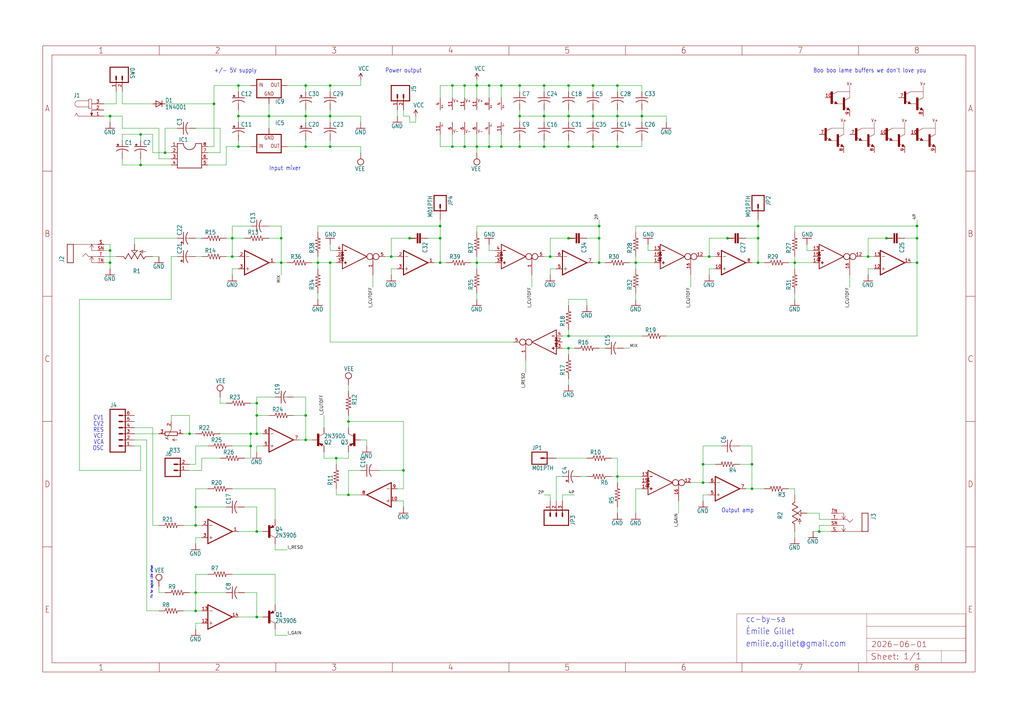
<source format=kicad_sch>
(kicad_sch (version 20231120) (generator "eeschema") (generator_version "8.0")
  (paper "User" 425.45 298.602)
  (junction (at 182.88 93.98))
  (junction (at 144.78 175.26))
  (junction (at 264.16 109.22))
  (junction (at 256.54 35.56))
  (junction (at 104.14 180.34))
  (junction (at 203.2 60.96))
  (junction (at 215.9 35.56))
  (junction (at 106.68 180.34))
  (junction (at 236.22 60.96))
  (junction (at 193.04 60.96))
  (junction (at 248.92 109.22))
  (junction (at 182.88 99.06))
  (junction (at 236.22 139.7))
  (junction (at 302.26 99.06))
  (junction (at 198.12 35.56))
  (junction (at 368.3 99.06))
  (junction (at 127 35.56))
  (junction (at 236.22 99.06))
  (junction (at 256.54 198.12))
  (junction (at 246.38 48.26))
  (junction (at 127 48.26))
  (junction (at 236.22 144.78))
  (junction (at 187.96 60.96))
  (junction (at 81.28 246.38))
  (junction (at 312.42 193.04))
  (junction (at 167.64 195.58))
  (junction (at 137.16 109.22))
  (junction (at 81.28 210.82))
  (junction (at 45.72 48.26))
  (junction (at 78.74 180.34))
  (junction (at 314.96 93.98))
  (junction (at 381 99.06))
  (junction (at 106.68 256.54))
  (junction (at 170.18 99.06))
  (junction (at 266.7 48.26))
  (junction (at 256.54 48.26))
  (junction (at 381 109.22))
  (junction (at 226.06 60.96))
  (junction (at 203.2 35.56))
  (junction (at 226.06 48.26))
  (junction (at 104.14 185.42))
  (junction (at 96.52 106.68))
  (junction (at 360.68 106.68))
  (junction (at 106.68 220.98))
  (junction (at 187.96 35.56))
  (junction (at 182.88 109.22))
  (junction (at 116.84 109.22))
  (junction (at 292.1 193.04))
  (junction (at 45.72 104.14))
  (junction (at 198.12 60.96))
  (junction (at 68.58 63.5))
  (junction (at 127 182.88))
  (junction (at 58.42 68.58))
  (junction (at 330.2 109.22))
  (junction (at 294.64 106.68))
  (junction (at 256.54 60.96))
  (junction (at 96.52 99.06))
  (junction (at 127 172.72))
  (junction (at 228.6 106.68))
  (junction (at 137.16 35.56))
  (junction (at 312.42 203.2))
  (junction (at 215.9 48.26))
  (junction (at 226.06 35.56))
  (junction (at 198.12 109.22))
  (junction (at 208.28 60.96))
  (junction (at 236.22 48.26))
  (junction (at 116.84 99.06))
  (junction (at 248.92 93.98))
  (junction (at 88.9 43.18))
  (junction (at 208.28 35.56))
  (junction (at 81.28 218.44))
  (junction (at 106.68 167.64))
  (junction (at 292.1 200.66))
  (junction (at 340.36 220.98))
  (junction (at 99.06 60.96))
  (junction (at 215.9 60.96))
  (junction (at 314.96 109.22))
  (junction (at 106.68 172.72))
  (junction (at 314.96 99.06))
  (junction (at 381 93.98))
  (junction (at 193.04 35.56))
  (junction (at 127 60.96))
  (junction (at 45.72 109.22))
  (junction (at 248.92 99.06))
  (junction (at 246.38 60.96))
  (junction (at 132.08 109.22))
  (junction (at 236.22 35.56))
  (junction (at 137.16 48.26))
  (junction (at 81.28 254))
  (junction (at 99.06 35.56))
  (junction (at 144.78 205.74))
  (junction (at 111.76 48.26))
  (junction (at 58.42 55.88))
  (junction (at 162.56 106.68))
  (junction (at 246.38 35.56))
  (junction (at 137.16 60.96))
  (junction (at 139.7 190.5))
  (junction (at 99.06 48.26))
  (wire (pts (xy 121.92 172.72) (xy 127 172.72)) (stroke (width 0.1524)))
  (wire (pts (xy 114.3 264.16) (xy 114.3 261.62)) (stroke (width 0.1524)))
  (wire (pts (xy 106.68 220.98) (xy 109.22 220.98)) (stroke (width 0.1524)))
  (wire (pts (xy 330.2 121.92) (xy 330.2 124.46)) (stroke (width 0.1524)))
  (wire (pts (xy 312.42 203.2) (xy 309.88 203.2)) (stroke (width 0.1524)))
  (wire (pts (xy 132.08 111.76) (xy 132.08 109.22)) (stroke (width 0.1524)))
  (wire (pts (xy 86.36 63.5) (xy 91.44 63.5)) (stroke (width 0.1524)))
  (wire (pts (xy 340.36 218.44) (xy 340.36 220.98)) (stroke (width 0.1524)))
  (wire (pts (xy 281.94 208.28) (xy 281.94 213.36)) (stroke (width 0.1524)))
  (wire (pts (xy 358.14 106.68) (xy 360.68 106.68)) (stroke (width 0.1524)))
  (wire (pts (xy 215.9 45.72) (xy 215.9 48.26)) (stroke (width 0.1524)))
  (wire (pts (xy 45.72 101.6) (xy 45.72 104.14)) (stroke (width 0.1524)))
  (wire (pts (xy 81.28 218.44) (xy 81.28 210.82)) (stroke (width 0.1524)))
  (wire (pts (xy 63.5 218.44) (xy 66.04 218.44)) (stroke (width 0.1524)))
  (wire (pts (xy 294.64 106.68) (xy 297.18 106.68)) (stroke (width 0.1524)))
  (wire (pts (xy 91.44 167.64) (xy 91.44 165.1)) (stroke (width 0.1524)))
  (wire (pts (xy 381 99.06) (xy 381 93.98)) (stroke (width 0.1524)))
  (wire (pts (xy 226.06 38.1) (xy 226.06 35.56)) (stroke (width 0.1524)))
  (wire (pts (xy 93.98 210.82) (xy 81.28 210.82)) (stroke (width 0.1524)))
  (wire (pts (xy 58.42 68.58) (xy 71.12 68.58)) (stroke (width 0.1524)))
  (wire (pts (xy 93.98 246.38) (xy 81.28 246.38)) (stroke (width 0.1524)))
  (wire (pts (xy 330.2 93.98) (xy 330.2 96.52)) (stroke (width 0.1524)))
  (wire (pts (xy 137.16 58.42) (xy 137.16 60.96)) (stroke (width 0.1524)))
  (wire (pts (xy 45.72 109.22) (xy 45.72 111.76)) (stroke (width 0.1524)))
  (wire (pts (xy 292.1 205.74) (xy 292.1 208.28)) (stroke (width 0.1524)))
  (wire (pts (xy 312.42 185.42) (xy 312.42 193.04)) (stroke (width 0.1524)))
  (wire (pts (xy 261.62 144.78) (xy 259.08 144.78)) (stroke (width 0.1524)))
  (wire (pts (xy 137.16 109.22) (xy 132.08 109.22)) (stroke (width 0.1524)))
  (wire (pts (xy 99.06 45.72) (xy 99.06 48.26)) (stroke (width 0.1524)))
  (wire (pts (xy 50.8 48.26) (xy 45.72 48.26)) (stroke (width 0.1524)))
  (wire (pts (xy 71.12 106.68) (xy 73.66 106.68)) (stroke (width 0.1524)))
  (wire (pts (xy 99.06 58.42) (xy 99.06 60.96)) (stroke (width 0.1524)))
  (wire (pts (xy 96.52 93.98) (xy 96.52 99.06)) (stroke (width 0.1524)))
  (wire (pts (xy 236.22 139.7) (xy 266.7 139.7)) (stroke (width 0.1524)))
  (wire (pts (xy 236.22 38.1) (xy 236.22 35.56)) (stroke (width 0.1524)))
  (wire (pts (xy 368.3 99.06) (xy 360.68 99.06)) (stroke (width 0.1524)))
  (wire (pts (xy 33.02 195.58) (xy 33.02 124.46)) (stroke (width 0.1524)))
  (wire (pts (xy 256.54 200.66) (xy 256.54 198.12)) (stroke (width 0.1524)))
  (wire (pts (xy 81.28 254) (xy 83.82 254)) (stroke (width 0.1524)))
  (wire (pts (xy 91.44 53.34) (xy 81.28 53.34)) (stroke (width 0.1524)))
  (wire (pts (xy 314.96 109.22) (xy 314.96 99.06)) (stroke (width 0.1524)))
  (wire (pts (xy 81.28 185.42) (xy 86.36 185.42)) (stroke (width 0.1524)))
  (wire (pts (xy 81.28 223.52) (xy 81.28 226.06)) (stroke (width 0.1524)))
  (wire (pts (xy 162.56 99.06) (xy 162.56 106.68)) (stroke (width 0.1524)))
  (wire (pts (xy 71.12 66.04) (xy 66.04 66.04)) (stroke (width 0.1524)))
  (wire (pts (xy 317.5 203.2) (xy 312.42 203.2)) (stroke (width 0.1524)))
  (wire (pts (xy 81.28 238.76) (xy 81.28 246.38)) (stroke (width 0.1524)))
  (wire (pts (xy 236.22 45.72) (xy 236.22 48.26)) (stroke (width 0.1524)))
  (wire (pts (xy 106.68 172.72) (xy 106.68 180.34)) (stroke (width 0.1524)))
  (wire (pts (xy 236.22 127) (xy 236.22 124.46)) (stroke (width 0.1524)))
  (wire (pts (xy 81.28 203.2) (xy 86.36 203.2)) (stroke (width 0.1524)))
  (wire (pts (xy 55.88 99.06) (xy 73.66 99.06)) (stroke (width 0.1524)))
  (wire (pts (xy 243.84 99.06) (xy 248.92 99.06)) (stroke (width 0.1524)))
  (wire (pts (xy 111.76 172.72) (xy 106.68 172.72)) (stroke (width 0.1524)))
  (wire (pts (xy 76.2 254) (xy 81.28 254)) (stroke (width 0.1524)))
  (wire (pts (xy 106.68 165.1) (xy 106.68 167.64)) (stroke (width 0.1524)))
  (wire (pts (xy 144.78 195.58) (xy 149.86 195.58)) (stroke (width 0.1524)))
  (wire (pts (xy 106.68 210.82) (xy 106.68 220.98)) (stroke (width 0.1524)))
  (wire (pts (xy 114.3 238.76) (xy 96.52 238.76)) (stroke (width 0.1524)))
  (wire (pts (xy 99.06 48.26) (xy 99.06 50.8)) (stroke (width 0.1524)))
  (wire (pts (xy 233.68 144.78) (xy 236.22 144.78)) (stroke (width 0.1524)))
  (wire (pts (xy 182.88 60.96) (xy 187.96 60.96)) (stroke (width 0.1524)))
  (wire (pts (xy 162.56 106.68) (xy 165.1 106.68)) (stroke (width 0.1524)))
  (wire (pts (xy 182.88 93.98) (xy 132.08 93.98)) (stroke (width 0.1524)))
  (wire (pts (xy 264.16 106.68) (xy 264.16 109.22)) (stroke (width 0.1524)))
  (wire (pts (xy 86.36 60.96) (xy 88.9 60.96)) (stroke (width 0.1524)))
  (wire (pts (xy 193.04 35.56) (xy 198.12 35.56)) (stroke (width 0.1524)))
  (wire (pts (xy 254 198.12) (xy 256.54 198.12)) (stroke (width 0.1524)))
  (wire (pts (xy 182.88 99.06) (xy 182.88 93.98)) (stroke (width 0.1524)))
  (wire (pts (xy 198.12 93.98) (xy 198.12 96.52)) (stroke (width 0.1524)))
  (wire (pts (xy 127 48.26) (xy 127 50.8)) (stroke (width 0.1524)))
  (wire (pts (xy 292.1 200.66) (xy 294.64 200.66)) (stroke (width 0.1524)))
  (wire (pts (xy 139.7 190.5) (xy 144.78 190.5)) (stroke (width 0.1524)))
  (wire (pts (xy 248.92 109.22) (xy 251.46 109.22)) (stroke (width 0.1524)))
  (wire (pts (xy 177.8 99.06) (xy 182.88 99.06)) (stroke (width 0.1524)))
  (wire (pts (xy 116.84 109.22) (xy 116.84 114.3)) (stroke (width 0.1524)))
  (wire (pts (xy 43.18 48.26) (xy 45.72 48.26)) (stroke (width 0.1524)))
  (wire (pts (xy 246.38 58.42) (xy 246.38 60.96)) (stroke (width 0.1524)))
  (wire (pts (xy 172.72 99.06) (xy 170.18 99.06)) (stroke (width 0.1524)))
  (wire (pts (xy 226.06 60.96) (xy 215.9 60.96)) (stroke (width 0.1524)))
  (wire (pts (xy 238.76 205.74) (xy 233.68 205.74)) (stroke (width 0.1524)))
  (wire (pts (xy 182.88 93.98) (xy 182.88 91.44)) (stroke (width 0.1524)))
  (wire (pts (xy 144.78 175.26) (xy 144.78 172.72)) (stroke (width 0.1524)))
  (wire (pts (xy 58.42 66.04) (xy 58.42 68.58)) (stroke (width 0.1524)))
  (wire (pts (xy 104.14 185.42) (xy 104.14 180.34)) (stroke (width 0.1524)))
  (wire (pts (xy 180.34 109.22) (xy 182.88 109.22)) (stroke (width 0.1524)))
  (wire (pts (xy 139.7 109.22) (xy 137.16 109.22)) (stroke (width 0.1524)))
  (wire (pts (xy 83.82 190.5) (xy 91.44 190.5)) (stroke (width 0.1524)))
  (wire (pts (xy 165.1 111.76) (xy 162.56 111.76)) (stroke (width 0.1524)))
  (wire (pts (xy 335.28 104.14) (xy 335.28 101.6)) (stroke (width 0.1524)))
  (wire (pts (xy 248.92 109.22) (xy 248.92 99.06)) (stroke (width 0.1524)))
  (wire (pts (xy 236.22 124.46) (xy 243.84 124.46)) (stroke (width 0.1524)))
  (wire (pts (xy 114.3 226.06) (xy 114.3 228.6)) (stroke (width 0.1524)))
  (wire (pts (xy 182.88 35.56) (xy 187.96 35.56)) (stroke (width 0.1524)))
  (wire (pts (xy 144.78 190.5) (xy 144.78 187.96)) (stroke (width 0.1524)))
  (wire (pts (xy 106.68 185.42) (xy 109.22 185.42)) (stroke (width 0.1524)))
  (wire (pts (xy 294.64 99.06) (xy 294.64 106.68)) (stroke (width 0.1524)))
  (wire (pts (xy 205.74 104.14) (xy 203.2 104.14)) (stroke (width 0.1524)))
  (wire (pts (xy 58.42 185.42) (xy 58.42 195.58)) (stroke (width 0.1524)))
  (wire (pts (xy 137.16 35.56) (xy 149.86 35.56)) (stroke (width 0.1524)))
  (wire (pts (xy 134.62 187.96) (xy 134.62 190.5)) (stroke (width 0.1524)))
  (wire (pts (xy 127 48.26) (xy 111.76 48.26)) (stroke (width 0.1524)))
  (wire (pts (xy 317.5 109.22) (xy 314.96 109.22)) (stroke (width 0.1524)))
  (wire (pts (xy 198.12 106.68) (xy 198.12 109.22)) (stroke (width 0.1524)))
  (wire (pts (xy 246.38 60.96) (xy 236.22 60.96)) (stroke (width 0.1524)))
  (wire (pts (xy 58.42 195.58) (xy 33.02 195.58)) (stroke (width 0.1524)))
  (wire (pts (xy 165.1 203.2) (xy 167.64 203.2)) (stroke (width 0.1524)))
  (wire (pts (xy 99.06 220.98) (xy 106.68 220.98)) (stroke (width 0.1524)))
  (wire (pts (xy 134.62 177.8) (xy 134.62 172.72)) (stroke (width 0.1524)))
  (wire (pts (xy 330.2 220.98) (xy 330.2 223.52)) (stroke (width 0.1524)))
  (wire (pts (xy 144.78 177.8) (xy 144.78 175.26)) (stroke (width 0.1524)))
  (wire (pts (xy 203.2 104.14) (xy 203.2 101.6)) (stroke (width 0.1524)))
  (wire (pts (xy 104.14 167.64) (xy 106.68 167.64)) (stroke (width 0.1524)))
  (wire (pts (xy 370.84 99.06) (xy 368.3 99.06)) (stroke (width 0.1524)))
  (wire (pts (xy 78.74 172.72) (xy 78.74 180.34)) (stroke (width 0.1524)))
  (wire (pts (xy 345.44 220.98) (xy 340.36 220.98)) (stroke (width 0.1524)))
  (wire (pts (xy 43.18 109.22) (xy 45.72 109.22)) (stroke (width 0.1524)))
  (wire (pts (xy 381 109.22) (xy 381 139.7)) (stroke (width 0.1524)))
  (wire (pts (xy 218.44 149.86) (xy 218.44 154.94)) (stroke (width 0.1524)))
  (wire (pts (xy 60.96 182.88) (xy 60.96 254)) (stroke (width 0.1524)))
  (wire (pts (xy 381 93.98) (xy 381 91.44)) (stroke (width 0.1524)))
  (wire (pts (xy 226.06 48.26) (xy 226.06 50.8)) (stroke (width 0.1524)))
  (wire (pts (xy 236.22 99.06) (xy 228.6 99.06)) (stroke (width 0.1524)))
  (wire (pts (xy 264.16 111.76) (xy 264.16 109.22)) (stroke (width 0.1524)))
  (wire (pts (xy 294.64 205.74) (xy 292.1 205.74)) (stroke (width 0.1524)))
  (wire (pts (xy 149.86 182.88) (xy 152.4 182.88)) (stroke (width 0.1524)))
  (wire (pts (xy 114.3 109.22) (xy 116.84 109.22)) (stroke (width 0.1524)))
  (wire (pts (xy 76.2 180.34) (xy 78.74 180.34)) (stroke (width 0.1524)))
  (wire (pts (xy 172.72 48.26) (xy 172.72 50.8)) (stroke (width 0.1524)))
  (wire (pts (xy 236.22 157.48) (xy 236.22 160.02)) (stroke (width 0.1524)))
  (wire (pts (xy 66.04 180.34) (xy 55.88 180.34)) (stroke (width 0.1524)))
  (wire (pts (xy 88.9 35.56) (xy 99.06 35.56)) (stroke (width 0.1524)))
  (wire (pts (xy 137.16 60.96) (xy 149.86 60.96)) (stroke (width 0.1524)))
  (wire (pts (xy 121.92 165.1) (xy 127 165.1)) (stroke (width 0.1524)))
  (wire (pts (xy 162.56 111.76) (xy 162.56 114.3)) (stroke (width 0.1524)))
  (wire (pts (xy 167.64 48.26) (xy 167.64 45.72)) (stroke (width 0.1524)))
  (wire (pts (xy 78.74 193.04) (xy 81.28 193.04)) (stroke (width 0.1524)))
  (wire (pts (xy 96.52 99.06) (xy 93.98 99.06)) (stroke (width 0.1524)))
  (wire (pts (xy 243.84 124.46) (xy 243.84 127)) (stroke (width 0.1524)))
  (wire (pts (xy 187.96 35.56) (xy 193.04 35.56)) (stroke (width 0.1524)))
  (wire (pts (xy 149.86 48.26) (xy 137.16 48.26)) (stroke (width 0.1524)))
  (wire (pts (xy 137.16 48.26) (xy 137.16 50.8)) (stroke (width 0.1524)))
  (wire (pts (xy 144.78 205.74) (xy 144.78 195.58)) (stroke (width 0.1524)))
  (wire (pts (xy 137.16 142.24) (xy 137.16 109.22)) (stroke (width 0.1524)))
  (wire (pts (xy 292.1 106.68) (xy 294.64 106.68)) (stroke (width 0.1524)))
  (wire (pts (xy 81.28 259.08) (xy 81.28 261.62)) (stroke (width 0.1524)))
  (wire (pts (xy 144.78 162.56) (xy 144.78 160.02)) (stroke (width 0.1524)))
  (wire (pts (xy 50.8 43.18) (xy 63.5 43.18)) (stroke (width 0.1524)))
  (wire (pts (xy 50.8 66.04) (xy 50.8 68.58)) (stroke (width 0.1524)))
  (wire (pts (xy 83.82 223.52) (xy 81.28 223.52)) (stroke (width 0.1524)))
  (wire (pts (xy 167.64 208.28) (xy 167.64 210.82)) (stroke (width 0.1524)))
  (wire (pts (xy 256.54 38.1) (xy 256.54 35.56)) (stroke (width 0.1524)))
  (wire (pts (xy 309.88 99.06) (xy 314.96 99.06)) (stroke (width 0.1524)))
  (wire (pts (xy 96.52 203.2) (xy 114.3 203.2)) (stroke (width 0.1524)))
  (wire (pts (xy 236.22 48.26) (xy 236.22 50.8)) (stroke (width 0.1524)))
  (wire (pts (xy 314.96 99.06) (xy 314.96 93.98)) (stroke (width 0.1524)))
  (wire (pts (xy 215.9 58.42) (xy 215.9 60.96)) (stroke (width 0.1524)))
  (wire (pts (xy 50.8 68.58) (xy 58.42 68.58)) (stroke (width 0.1524)))
  (wire (pts (xy 160.02 106.68) (xy 162.56 106.68)) (stroke (width 0.1524)))
  (wire (pts (xy 360.68 99.06) (xy 360.68 106.68)) (stroke (width 0.1524)))
  (wire (pts (xy 330.2 111.76) (xy 330.2 109.22)) (stroke (width 0.1524)))
  (wire (pts (xy 165.1 208.28) (xy 167.64 208.28)) (stroke (width 0.1524)))
  (wire (pts (xy 114.3 228.6) (xy 119.38 228.6)) (stroke (width 0.1524)))
  (wire (pts (xy 203.2 40.64) (xy 203.2 35.56)) (stroke (width 0.1524)))
  (wire (pts (xy 203.2 60.96) (xy 198.12 60.96)) (stroke (width 0.1524)))
  (wire (pts (xy 363.22 111.76) (xy 360.68 111.76)) (stroke (width 0.1524)))
  (wire (pts (xy 345.44 218.44) (xy 340.36 218.44)) (stroke (width 0.1524)))
  (wire (pts (xy 88.9 43.18) (xy 88.9 35.56)) (stroke (width 0.1524)))
  (wire (pts (xy 127 60.96) (xy 119.38 60.96)) (stroke (width 0.1524)))
  (wire (pts (xy 101.6 190.5) (xy 104.14 190.5)) (stroke (width 0.1524)))
  (wire (pts (xy 114.3 238.76) (xy 114.3 251.46)) (stroke (width 0.1524)))
  (wire (pts (xy 149.86 205.74) (xy 144.78 205.74)) (stroke (width 0.1524)))
  (wire (pts (xy 63.5 177.8) (xy 63.5 218.44)) (stroke (width 0.1524)))
  (wire (pts (xy 91.44 180.34) (xy 104.14 180.34)) (stroke (width 0.1524)))
  (wire (pts (xy 360.68 111.76) (xy 360.68 114.3)) (stroke (width 0.1524)))
  (wire (pts (xy 330.2 109.22) (xy 337.82 109.22)) (stroke (width 0.1524)))
  (wire (pts (xy 246.38 35.56) (xy 256.54 35.56)) (stroke (width 0.1524)))
  (wire (pts (xy 66.04 66.04) (xy 66.04 53.34)) (stroke (width 0.1524)))
  (wire (pts (xy 119.38 109.22) (xy 116.84 109.22)) (stroke (width 0.1524)))
  (wire (pts (xy 167.64 175.26) (xy 144.78 175.26)) (stroke (width 0.1524)))
  (wire (pts (xy 106.68 256.54) (xy 109.22 256.54)) (stroke (width 0.1524)))
  (wire (pts (xy 337.82 104.14) (xy 335.28 104.14)) (stroke (width 0.1524)))
  (wire (pts (xy 233.68 139.7) (xy 236.22 139.7)) (stroke (width 0.1524)))
  (wire (pts (xy 198.12 55.88) (xy 198.12 60.96)) (stroke (width 0.1524)))
  (wire (pts (xy 297.18 111.76) (xy 294.64 111.76)) (stroke (width 0.1524)))
  (wire (pts (xy 378.46 109.22) (xy 381 109.22)) (stroke (width 0.1524)))
  (wire (pts (xy 340.36 220.98) (xy 337.82 220.98)) (stroke (width 0.1524)))
  (wire (pts (xy 233.68 205.74) (xy 233.68 208.28)) (stroke (width 0.1524)))
  (wire (pts (xy 381 109.22) (xy 381 99.06)) (stroke (width 0.1524)))
  (wire (pts (xy 226.06 106.68) (xy 228.6 106.68)) (stroke (width 0.1524)))
  (wire (pts (xy 96.52 185.42) (xy 104.14 185.42)) (stroke (width 0.1524)))
  (wire (pts (xy 129.54 109.22) (xy 132.08 109.22)) (stroke (width 0.1524)))
  (wire (pts (xy 55.88 101.6) (xy 55.88 99.06)) (stroke (width 0.1524)))
  (wire (pts (xy 185.42 109.22) (xy 182.88 109.22)) (stroke (width 0.1524)))
  (wire (pts (xy 96.52 93.98) (xy 104.14 93.98)) (stroke (width 0.1524)))
  (wire (pts (xy 43.18 104.14) (xy 45.72 104.14)) (stroke (width 0.1524)))
  (wire (pts (xy 111.76 48.26) (xy 99.06 48.26)) (stroke (width 0.1524)))
  (wire (pts (xy 114.3 264.16) (xy 119.38 264.16)) (stroke (width 0.1524)))
  (wire (pts (xy 127 35.56) (xy 137.16 35.56)) (stroke (width 0.1524)))
  (wire (pts (xy 33.02 124.46) (xy 71.12 124.46)) (stroke (width 0.1524)))
  (wire (pts (xy 228.6 111.76) (xy 228.6 114.3)) (stroke (width 0.1524)))
  (wire (pts (xy 167.64 195.58) (xy 167.64 203.2)) (stroke (width 0.1524)))
  (wire (pts (xy 266.7 45.72) (xy 266.7 48.26)) (stroke (width 0.1524)))
  (wire (pts (xy 266.7 60.96) (xy 266.7 58.42)) (stroke (width 0.1524)))
  (wire (pts (xy 287.02 200.66) (xy 292.1 200.66)) (stroke (width 0.1524)))
  (wire (pts (xy 139.7 190.5) (xy 139.7 193.04)) (stroke (width 0.1524)))
  (wire (pts (xy 248.92 93.98) (xy 248.92 91.44)) (stroke (width 0.1524)))
  (wire (pts (xy 170.18 50.8) (xy 170.18 48.26)) (stroke (width 0.1524)))
  (wire (pts (xy 182.88 109.22) (xy 182.88 99.06)) (stroke (width 0.1524)))
  (wire (pts (xy 127 182.88) (xy 124.46 182.88)) (stroke (width 0.1524)))
  (wire (pts (xy 312.42 109.22) (xy 314.96 109.22)) (stroke (width 0.1524)))
  (wire (pts (xy 276.86 139.7) (xy 381 139.7)) (stroke (width 0.1524)))
  (wire (pts (xy 228.6 205.74) (xy 226.06 205.74)) (stroke (width 0.1524)))
  (wire (pts (xy 99.06 60.96) (xy 104.14 60.96)) (stroke (width 0.1524)))
  (wire (pts (xy 96.52 111.76) (xy 99.06 111.76)) (stroke (width 0.1524)))
  (wire (pts (xy 81.28 246.38) (xy 81.28 254)) (stroke (width 0.1524)))
  (wire (pts (xy 292.1 200.66) (xy 292.1 193.04)) (stroke (width 0.1524)))
  (wire (pts (xy 236.22 58.42) (xy 236.22 60.96)) (stroke (width 0.1524)))
  (wire (pts (xy 231.14 208.28) (xy 231.14 198.12)) (stroke (width 0.1524)))
  (wire (pts (xy 266.7 48.26) (xy 276.86 48.26)) (stroke (width 0.1524)))
  (wire (pts (xy 111.76 48.26) (xy 111.76 53.34)) (stroke (width 0.1524)))
  (wire (pts (xy 43.18 43.18) (xy 48.26 43.18)) (stroke (width 0.1524)))
  (wire (pts (xy 111.76 99.06) (xy 116.84 99.06)) (stroke (width 0.1524)))
  (wire (pts (xy 111.76 93.98) (xy 116.84 93.98)) (stroke (width 0.1524)))
  (wire (pts (xy 228.6 208.28) (xy 228.6 205.74)) (stroke (width 0.1524)))
  (wire (pts (xy 137.16 101.6) (xy 137.16 104.14)) (stroke (width 0.1524)))
  (wire (pts (xy 236.22 35.56) (xy 246.38 35.56)) (stroke (width 0.1524)))
  (wire (pts (xy 71.12 175.26) (xy 71.12 172.72)) (stroke (width 0.1524)))
  (wire (pts (xy 327.66 203.2) (xy 330.2 203.2)) (stroke (width 0.1524)))
  (wire (pts (xy 264.16 109.22) (xy 271.78 109.22)) (stroke (width 0.1524)))
  (wire (pts (xy 78.74 246.38) (xy 81.28 246.38)) (stroke (width 0.1524)))
  (wire (pts (xy 256.54 58.42) (xy 256.54 60.96)) (stroke (width 0.1524)))
  (wire (pts (xy 106.68 246.38) (xy 106.68 256.54)) (stroke (width 0.1524)))
  (wire (pts (xy 256.54 60.96) (xy 266.7 60.96)) (stroke (width 0.1524)))
  (wire (pts (xy 78.74 195.58) (xy 83.82 195.58)) (stroke (width 0.1524)))
  (wire (pts (xy 256.54 60.96) (xy 246.38 60.96)) (stroke (width 0.1524)))
  (wire (pts (xy 60.96 182.88) (xy 55.88 182.88)) (stroke (width 0.1524)))
  (wire (pts (xy 246.38 48.26) (xy 256.54 48.26)) (stroke (width 0.1524)))
  (wire (pts (xy 86.36 68.58) (xy 93.98 68.58)) (stroke (width 0.1524)))
  (wire (pts (xy 101.6 210.82) (xy 106.68 210.82)) (stroke (width 0.1524)))
  (wire (pts (xy 246.38 38.1) (xy 246.38 35.56)) (stroke (width 0.1524)))
  (wire (pts (xy 73.66 53.34) (xy 68.58 53.34)) (stroke (width 0.1524)))
  (wire (pts (xy 152.4 182.88) (xy 152.4 185.42)) (stroke (width 0.1524)))
  (wire (pts (xy 182.88 40.64) (xy 182.88 35.56)) (stroke (width 0.1524)))
  (wire (pts (xy 154.94 114.3) (xy 154.94 119.38)) (stroke (width 0.1524)))
  (wire (pts (xy 96.52 99.06) (xy 101.6 99.06)) (stroke (width 0.1524)))
  (wire (pts (xy 187.96 40.64) (xy 187.96 35.56)) (stroke (width 0.1524)))
  (wire (pts (xy 208.28 35.56) (xy 215.9 35.56)) (stroke (width 0.1524)))
  (wire (pts (xy 241.3 198.12) (xy 243.84 198.12)) (stroke (width 0.1524)))
  (wire (pts (xy 193.04 60.96) (xy 187.96 60.96)) (stroke (width 0.1524)))
  (wire (pts (xy 68.58 246.38) (xy 66.04 246.38)) (stroke (width 0.1524)))
  (wire (pts (xy 132.08 93.98) (xy 132.08 96.52)) (stroke (width 0.1524)))
  (wire (pts (xy 45.72 48.26) (xy 45.72 50.8)) (stroke (width 0.1524)))
  (wire (pts (xy 111.76 43.18) (xy 111.76 48.26)) (stroke (width 0.1524)))
  (wire (pts (xy 106.68 167.64) (xy 106.68 172.72)) (stroke (width 0.1524)))
  (wire (pts (xy 231.14 198.12) (xy 233.68 198.12)) (stroke (width 0.1524)))
  (wire (pts (xy 292.1 193.04) (xy 292.1 185.42)) (stroke (width 0.1524)))
  (wire (pts (xy 149.86 60.96) (xy 149.86 63.5)) (stroke (width 0.1524)))
  (wire (pts (xy 71.12 124.46) (xy 71.12 106.68)) (stroke (width 0.1524)))
  (wire (pts (xy 327.66 109.22) (xy 330.2 109.22)) (stroke (width 0.1524)))
  (wire (pts (xy 104.14 190.5) (xy 104.14 185.42)) (stroke (width 0.1524)))
  (wire (pts (xy 198.12 35.56) (xy 203.2 35.56)) (stroke (width 0.1524)))
  (wire (pts (xy 340.36 215.9) (xy 345.44 215.9)) (stroke (width 0.1524)))
  (wire (pts (xy 256.54 190.5) (xy 256.54 198.12)) (stroke (width 0.1524)))
  (wire (pts (xy 236.22 137.16) (xy 236.22 139.7)) (stroke (width 0.1524)))
  (wire (pts (xy 330.2 106.68) (xy 330.2 109.22)) (stroke (width 0.1524)))
  (wire (pts (xy 287.02 114.3) (xy 287.02 119.38)) (stroke (width 0.1524)))
  (wire (pts (xy 198.12 109.22) (xy 205.74 109.22)) (stroke (width 0.1524)))
  (wire (pts (xy 256.54 210.82) (xy 256.54 213.36)) (stroke (width 0.1524)))
  (wire (pts (xy 208.28 35.56) (xy 208.28 40.64)) (stroke (width 0.1524)))
  (wire (pts (xy 269.24 104.14) (xy 269.24 101.6)) (stroke (width 0.1524)))
  (wire (pts (xy 213.36 142.24) (xy 137.16 142.24)) (stroke (width 0.1524)))
  (wire (pts (xy 83.82 195.58) (xy 83.82 190.5)) (stroke (width 0.1524)))
  (wire (pts (xy 106.68 165.1) (xy 114.3 165.1)) (stroke (width 0.1524)))
  (wire (pts (xy 96.52 99.06) (xy 96.52 106.68)) (stroke (width 0.1524)))
  (wire (pts (xy 71.12 172.72) (xy 78.74 172.72)) (stroke (width 0.1524)))
  (wire (pts (xy 144.78 205.74) (xy 139.7 205.74)) (stroke (width 0.1524)))
  (wire (pts (xy 127 165.1) (xy 127 172.72)) (stroke (width 0.1524)))
  (wire (pts (xy 231.14 190.5) (xy 243.84 190.5)) (stroke (width 0.1524)))
  (wire (pts (xy 50.8 55.88) (xy 58.42 55.88)) (stroke (width 0.1524)))
  (wire (pts (xy 50.8 53.34) (xy 50.8 48.26)) (stroke (width 0.1524)))
  (wire (pts (xy 193.04 55.88) (xy 193.04 60.96)) (stroke (width 0.1524)))
  (wire (pts (xy 236.22 147.32) (xy 236.22 144.78)) (stroke (width 0.1524)))
  (wire (pts (xy 312.42 193.04) (xy 307.34 193.04)) (stroke (width 0.1524)))
  (wire (pts (xy 312.42 203.2) (xy 312.42 193.04)) (stroke (width 0.1524)))
  (wire (pts (xy 307.34 185.42) (xy 312.42 185.42)) (stroke (width 0.1524)))
  (wire (pts (xy 157.48 195.58) (xy 167.64 195.58)) (stroke (width 0.1524)))
  (wire (pts (xy 88.9 60.96) (xy 88.9 43.18)) (stroke (width 0.1524)))
  (wire (pts (xy 198.12 121.92) (xy 198.12 124.46)) (stroke (width 0.1524)))
  (wire (pts (xy 93.98 167.64) (xy 91.44 167.64)) (stroke (width 0.1524)))
  (wire (pts (xy 292.1 193.04) (xy 297.18 193.04)) (stroke (width 0.1524)))
  (wire (pts (xy 58.42 55.88) (xy 58.42 58.42)) (stroke (width 0.1524)))
  (wire (pts (xy 66.04 246.38) (xy 66.04 243.84)) (stroke (width 0.1524)))
  (wire (pts (xy 248.92 144.78) (xy 251.46 144.78)) (stroke (width 0.1524)))
  (wire (pts (xy 226.06 48.26) (xy 236.22 48.26)) (stroke (width 0.1524)))
  (wire (pts (xy 96.52 106.68) (xy 99.06 106.68)) (stroke (width 0.1524)))
  (wire (pts (xy 375.92 99.06) (xy 381 99.06)) (stroke (width 0.1524)))
  (wire (pts (xy 45.72 104.14) (xy 45.72 109.22)) (stroke (width 0.1524)))
  (wire (pts (xy 236.22 48.26) (xy 246.38 48.26)) (stroke (width 0.1524)))
  (wire (pts (xy 353.06 114.3) (xy 353.06 119.38)) (stroke (width 0.1524)))
  (wire (pts (xy 99.06 38.1) (xy 99.06 35.56)) (stroke (width 0.1524)))
  (wire (pts (xy 93.98 68.58) (xy 93.98 60.96)) (stroke (width 0.1524)))
  (wire (pts (xy 81.28 193.04) (xy 81.28 185.42)) (stroke (width 0.1524)))
  (wire (pts (xy 91.44 63.5) (xy 91.44 53.34)) (stroke (width 0.1524)))
  (wire (pts (xy 266.7 203.2) (xy 264.16 203.2)) (stroke (width 0.1524)))
  (wire (pts (xy 302.26 99.06) (xy 294.64 99.06)) (stroke (width 0.1524)))
  (wire (pts (xy 170.18 48.26) (xy 167.64 48.26)) (stroke (width 0.1524)))
  (wire (pts (xy 193.04 40.64) (xy 193.04 35.56)) (stroke (width 0.1524)))
  (wire (pts (xy 137.16 38.1) (xy 137.16 35.56)) (stroke (width 0.1524)))
  (wire (pts (xy 276.86 48.26) (xy 276.86 50.8)) (stroke (width 0.1524)))
  (wire (pts (xy 330.2 205.74) (xy 330.2 203.2)) (stroke (width 0.1524)))
  (wire (pts (xy 226.06 45.72) (xy 226.06 48.26)) (stroke (width 0.1524)))
  (wire (pts (xy 106.68 187.96) (xy 106.68 185.42)) (stroke (width 0.1524)))
  (wire (pts (xy 104.14 180.34) (xy 106.68 180.34)) (stroke (width 0.1524)))
  (wire (pts (xy 170.18 99.06) (xy 162.56 99.06)) (stroke (width 0.1524)))
  (wire (pts (xy 127 58.42) (xy 127 60.96)) (stroke (width 0.1524)))
  (wire (pts (xy 256.54 48.26) (xy 266.7 48.26)) (stroke (width 0.1524)))
  (wire (pts (xy 137.16 48.26) (xy 127 48.26)) (stroke (width 0.1524)))
  (wire (pts (xy 195.58 109.22) (xy 198.12 109.22)) (stroke (width 0.1524)))
  (wire (pts (xy 256.54 48.26) (xy 256.54 50.8)) (stroke (width 0.1524)))
  (wire (pts (xy 127 182.88) (xy 129.54 182.88)) (stroke (width 0.1524)))
  (wire (pts (xy 246.38 48.26) (xy 246.38 50.8)) (stroke (width 0.1524)))
  (wire (pts (xy 208.28 60.96) (xy 203.2 60.96)) (stroke (width 0.1524)))
  (wire (pts (xy 381 93.98) (xy 330.2 93.98)) (stroke (width 0.1524)))
  (wire (pts (xy 254 190.5) (xy 256.54 190.5)) (stroke (width 0.1524)))
  (wire (pts (xy 215.9 60.96) (xy 208.28 60.96)) (stroke (width 0.1524)))
  (wire (pts (xy 99.06 256.54) (xy 106.68 256.54)) (stroke (width 0.1524)))
  (wire (pts (xy 215.9 48.26) (xy 215.9 50.8)) (stroke (width 0.1524)))
  (wire (pts (xy 86.36 238.76) (xy 81.28 238.76)) (stroke (width 0.1524)))
  (wire (pts (xy 81.28 210.82) (xy 81.28 203.2)) (stroke (width 0.1524)))
  (wire (pts (xy 314.96 93.98) (xy 264.16 93.98)) (stroke (width 0.1524)))
  (wire (pts (xy 198.12 40.64) (xy 198.12 35.56)) (stroke (width 0.1524)))
  (wire (pts (xy 149.86 50.8) (xy 149.86 48.26)) (stroke (width 0.1524)))
  (wire (pts (xy 335.28 213.36) (xy 340.36 213.36)) (stroke (width 0.1524)))
  (wire (pts (xy 264.16 203.2) (xy 264.16 213.36)) (stroke (width 0.1524)))
  (wire (pts (xy 50.8 38.1) (xy 50.8 43.18)) (stroke (width 0.1524)))
  (wire (pts (xy 208.28 55.88) (xy 208.28 60.96)) (stroke (width 0.1524)))
  (wire (pts (xy 55.88 185.42) (xy 58.42 185.42)) (stroke (width 0.1524)))
  (wire (pts (xy 340.36 213.36) (xy 340.36 215.9)) (stroke (width 0.1524)))
  (wire (pts (xy 116.84 93.98) (xy 116.84 99.06)) (stroke (width 0.1524)))
  (wire (pts (xy 93.98 106.68) (xy 96.52 106.68)) (stroke (width 0.1524)))
  (wire (pts (xy 238.76 99.06) (xy 236.22 99.06)) (stroke (width 0.1524)))
  (wire (pts (xy 248.92 93.98) (xy 198.12 93.98)) (stroke (width 0.1524)))
  (wire (pts (xy 66.04 53.34) (xy 50.8 53.34)) (stroke (width 0.1524)))
  (wire (pts (xy 127 35.56) (xy 127 38.1)) (stroke (width 0.1524)))
  (wire (pts (xy 149.86 35.56) (xy 149.86 33.02)) (stroke (width 0.1524)))
  (wire (pts (xy 66.04 106.68) (xy 63.5 106.68)) (stroke (width 0.1524)))
  (wire (pts (xy 271.78 104.14) (xy 269.24 104.14)) (stroke (width 0.1524)))
  (wire (pts (xy 215.9 35.56) (xy 226.06 35.56)) (stroke (width 0.1524)))
  (wire (pts (xy 236.22 60.96) (xy 226.06 60.96)) (stroke (width 0.1524)))
  (wire (pts (xy 68.58 53.34) (xy 68.58 63.5)) (stroke (width 0.1524)))
  (wire (pts (xy 63.5 55.88) (xy 58.42 55.88)) (stroke (width 0.1524)))
  (wire (pts (xy 264.16 121.92) (xy 264.16 124.46)) (stroke (width 0.1524)))
  (wire (pts (xy 264.16 93.98) (xy 264.16 96.52)) (stroke (width 0.1524)))
  (wire (pts (xy 132.08 106.68) (xy 132.08 109.22)) (stroke (width 0.1524)))
  (wire (pts (xy 261.62 109.22) (xy 264.16 109.22)) (stroke (width 0.1524)))
  (wire (pts (xy 127 60.96) (xy 137.16 60.96)) (stroke (width 0.1524)))
  (wire (pts (xy 48.26 43.18) (xy 48.26 38.1)) (stroke (width 0.1524)))
  (wire (pts (xy 116.84 109.22) (xy 116.84 99.06)) (stroke (width 0.1524)))
  (wire (pts (xy 99.06 35.56) (xy 104.14 35.56)) (stroke (width 0.1524)))
  (wire (pts (xy 203.2 35.56) (xy 208.28 35.56)) (stroke (width 0.1524)))
  (wire (pts (xy 101.6 246.38) (xy 106.68 246.38)) (stroke (width 0.1524)))
  (wire (pts (xy 292.1 185.42) (xy 299.72 185.42)) (stroke (width 0.1524)))
  (wire (pts (xy 83.82 99.06) (xy 81.28 99.06)) (stroke (width 0.1524)))
  (wire (pts (xy 93.98 60.96) (xy 99.06 60.96)) (stroke (width 0.1524)))
  (wire (pts (xy 139.7 203.2) (xy 139.7 205.74)) (stroke (width 0.1524)))
  (wire (pts (xy 43.18 101.6) (xy 45.72 101.6)) (stroke (width 0.1524)))
  (wire (pts (xy 187.96 55.88) (xy 187.96 60.96)) (stroke (width 0.1524)))
  (wire (pts (xy 60.96 254) (xy 66.04 254)) (stroke (width 0.1524)))
  (wire (pts (xy 167.64 195.58) (xy 167.64 175.26)) (stroke (width 0.1524)))
  (wire (pts (xy 360.68 106.68) (xy 363.22 106.68)) (stroke (width 0.1524)))
  (wire (pts (xy 43.18 106.68) (xy 48.26 106.68)) (stroke (width 0.1524)))
  (wire (pts (xy 226.06 35.56) (xy 236.22 35.56)) (stroke (width 0.1524)))
  (wire (pts (xy 198.12 35.56) (xy 198.12 33.02)) (stroke (width 0.1524)))
  (wire (pts (xy 198.12 60.96) (xy 198.12 63.5)) (stroke (width 0.1524)))
  (wire (pts (xy 228.6 99.06) (xy 228.6 106.68)) (stroke (width 0.1524)))
  (wire (pts (xy 220.98 114.3) (xy 220.98 119.38)) (stroke (width 0.1524)))
  (wire (pts (xy 256.54 198.12) (xy 266.7 198.12)) (stroke (width 0.1524)))
  (wire (pts (xy 127 45.72) (xy 127 48.26)) (stroke (width 0.1524)))
  (wire (pts (xy 236.22 144.78) (xy 238.76 144.78)) (stroke (width 0.1524)))
  (wire (pts (xy 215.9 38.1) (xy 215.9 35.56)) (stroke (width 0.1524)))
  (wire (pts (xy 226.06 58.42) (xy 226.06 60.96)) (stroke (width 0.1524)))
  (wire (pts (xy 50.8 58.42) (xy 50.8 55.88)) (stroke (width 0.1524)))
  (wire (pts (xy 63.5 63.5) (xy 63.5 55.88)) (stroke (width 0.1524)))
  (wire (pts (xy 71.12 63.5) (xy 68.58 63.5)) (stroke (width 0.1524)))
  (wire (pts (xy 83.82 259.08) (xy 81.28 259.08)) (stroke (width 0.1524)))
  (wire (pts (xy 314.96 91.44) (xy 314.96 93.98)) (stroke (width 0.1524)))
  (wire (pts (xy 127 172.72) (xy 127 182.88)) (stroke (width 0.1524)))
  (wire (pts (xy 228.6 106.68) (xy 231.14 106.68)) (stroke (width 0.1524)))
  (wire (pts (xy 294.64 111.76) (xy 294.64 114.3)) (stroke (width 0.1524)))
  (wire (pts (xy 246.38 45.72) (xy 246.38 48.26)) (stroke (width 0.1524)))
  (wire (pts (xy 198.12 60.96) (xy 193.04 60.96)) (stroke (width 0.1524)))
  (wire (pts (xy 106.68 180.34) (xy 109.22 180.34)) (stroke (width 0.1524)))
  (wire (pts (xy 304.8 99.06) (xy 302.26 99.06)) (stroke (width 0.1524)))
  (wire (pts (xy 68.58 43.18) (xy 88.9 43.18)) (stroke (width 0.1524)))
  (wire (pts (xy 256.54 45.72) (xy 256.54 48.26)) (stroke (width 0.1524)))
  (wire (pts (xy 78.74 180.34) (xy 81.28 180.34)) (stroke (width 0.1524)))
  (wire (pts (xy 198.12 111.76) (xy 198.12 109.22)) (stroke (width 0.1524)))
  (wire (pts (xy 119.38 35.56) (xy 127 35.56)) (stroke (width 0.1524)))
  (wire (pts (xy 172.72 50.8) (xy 170.18 50.8)) (stroke (width 0.1524)))
  (wire (pts (xy 182.88 55.88) (xy 182.88 60.96)) (stroke (width 0.1524)))
  (wire (pts (xy 132.08 121.92) (xy 132.08 124.46)) (stroke (width 0.1524)))
  (wire (pts (xy 248.92 99.06) (xy 248.92 93.98)) (stroke (width 0.1524)))
  (wire (pts (xy 256.54 35.56) (xy 266.7 35.56)) (stroke (width 0.1524)))
  (wire (pts (xy 81.28 218.44) (xy 83.82 218.44)) (stroke (width 0.1524)))
  (wire (pts (xy 76.2 218.44) (xy 81.28 218.44)) (stroke (width 0.1524)))
  (wire (pts (xy 246.38 109.22) (xy 248.92 109.22)) (stroke (width 0.1524)))
  (wire (pts (xy 134.62 190.5) (xy 139.7 190.5)) (stroke (width 0.1524)))
  (wire (pts (xy 203.2 55.88) (xy 203.2 60.96)) (stroke (width 0.1524)))
  (wire (pts (xy 231.14 111.76) (xy 228.6 111.76)) (stroke (width 0.1524)))
  (wire (pts (xy 55.88 177.8) (xy 63.5 177.8)) (stroke (width 0.1524)))
  (wire (pts (xy 137.16 45.72) (xy 137.16 48.26)) (stroke (width 0.1524)))
  (wire (pts (xy 266.7 35.56) (xy 266.7 38.1)) (stroke (width 0.1524)))
  (wire (pts (xy 68.58 63.5) (xy 63.5 63.5)) (stroke (width 0.1524)))
  (wire (pts (xy 81.28 106.68) (xy 83.82 106.68)) (stroke (width 0.1524)))
  (wire (pts (xy 96.52 114.3) (xy 96.52 111.76)) (stroke (width 0.1524)))
  (wire (pts (xy 165.1 45.72) (xy 165.1 48.26)) (stroke (width 0.1524)))
  (wire (pts (xy 266.7 50.8) (xy 266.7 48.26)) (stroke (width 0.1524)))
  (wire (pts (xy 137.16 104.14) (xy 139.7 104.14)) (stroke (width 0.1524)))
  (wire (pts (xy 114.3 203.2) (xy 114.3 215.9)) (stroke (width 0.1524)))
  (wire (pts (xy 215.9 48.26) (xy 226.06 48.26)) (stroke (width 0.1524)))
  (text "cc-by-sa" (at 309.88 259.08 0) (effects (font (size 2.54 2.159)) (justify left bottom)))
  (text "Boo boo lame buffers we don't love you" (at 337.82 30.48 0) (effects (font (size 1.778 1.5113)) (justify left bottom)))
  (text "emilie.o.gillet@gmail.com" (at 309.88 269.24 0) (effects (font (size 2.54 2.159)) (justify left bottom)))
  (text "Input mixer" (at 111.76 71.12 0) (effects (font (size 1.778 1.5113)) (justify left bottom)))
  (text "VCF" (at 43.18 180.34 0) (effects (font (size 1.778 1.5113)) (justify right top)))
  (text "Fix for logical LOW offset" (at 63.5 248.92 90) (effects (font (size 0.8128 0.6908)) (justify left bottom)))
  (text "CV2" (at 43.18 175.26 0) (effects (font (size 1.778 1.5113)) (justify right top)))
  (text "OSC" (at 43.18 185.42 0) (effects (font (size 1.778 1.5113)) (justify right top)))
  (text "RES" (at 43.18 177.8 0) (effects (font (size 1.778 1.5113)) (justify right top)))
  (text "Power output" (at 160.02 30.48 0) (effects (font (size 1.778 1.5113)) (justify left bottom)))
  (text "Émilie Gillet" (at 309.88 264.16 0) (effects (font (size 2.54 2.159)) (justify left bottom)))
  (text "VCA" (at 43.18 182.88 0) (effects (font (size 1.778 1.5113)) (justify right top)))
  (text "+/- 5V supply" (at 88.9 30.48 0) (effects (font (size 1.778 1.5113)) (justify left bottom)))
  (text "CV1" (at 43.18 172.72 0) (effects (font (size 1.778 1.5113)) (justify right top)))
  (text "Output amp" (at 299.72 213.36 0) (effects (font (size 1.778 1.5113)) (justify left bottom)))
  (label "MIX" (at 116.84 114.3 270) (effects (font (size 1.2446 1.2446))))
  (label "I_CUTOFF" (at 353.06 119.38 270) (effects (font (size 1.2446 1.2446))))
  (label "MIX" (at 261.62 144.78 0) (effects (font (size 1.2446 1.2446))))
  (label "I_RESO" (at 218.44 154.94 270) (effects (font (size 1.2446 1.2446))))
  (label "I_GAIN" (at 119.38 264.16 0) (effects (font (size 1.2446 1.2446))))
  (label "I_RESO" (at 119.38 228.6 0) (effects (font (size 1.2446 1.2446))))
  (label "I_CUTOFF" (at 287.02 119.38 270) (effects (font (size 1.2446 1.2446))))
  (label "I_CUTOFF" (at 154.94 119.38 270) (effects (font (size 1.2446 1.2446))))
  (label "4P" (at 238.76 205.74 180) (effects (font (size 1.2446 1.2446))))
  (label "4P" (at 381 91.44 90) (effects (font (size 1.2446 1.2446))))
  (label "I_CUTOFF" (at 134.62 172.72 90) (effects (font (size 1.2446 1.2446))))
  (label "2P" (at 248.92 91.44 90) (effects (font (size 1.2446 1.2446))))
  (label "I_GAIN" (at 281.94 213.36 270) (effects (font (size 1.2446 1.2446))))
  (label "2P" (at 226.06 205.74 180) (effects (font (size 1.2446 1.2446))))
  (label "I_CUTOFF" (at 220.98 119.38 270) (effects (font (size 1.2446 1.2446))))
  (symbol (lib_id "Shruthi-Analog-SMR4-mkII-v02-eagle-import:MONOSWS") (at 358.14 218.44 180) (unit 1)
    (property "Reference" "J3" (at 361.95 213.36 90) (effects (font (size 1.778 1.5113)) (justify left bottom)))
    (property "Value" "MONOSWS" (effects (hide yes)))
    (property "Footprint" "Shruthi-Analog-SMR4-mkII-v02:NMJ4HC-S" (effects (hide yes)))
  )
  (symbol (lib_id "Shruthi-Analog-SMR4-mkII-v02-eagle-import:SparkFun_GND") (at 198.12 127 0) (unit 1)
    (property "Reference" "#GND18" (effects (hide yes)))
    (property "Value" "GND" (at 195.58 129.54 0) (effects (font (size 1.778 1.5113)) (justify left bottom)))
  )
  (symbol (lib_id "Shruthi-Analog-SMR4-mkII-v02-eagle-import:C-2.5-5/2") (at 373.38 99.06 270) (unit 1)
    (property "Reference" "C25" (at 373.761 100.584 0) (effects (font (size 1.778 1.5113)) (justify left bottom)))
    (property "Value" "C-2.5-5/2" (effects (hide yes)))
    (property "Footprint" "Shruthi-Analog-SMR4-mkII-v02:C2.5_5-2" (effects (hide yes)))
  )
  (symbol (lib_id "Shruthi-Analog-SMR4-mkII-v02-eagle-import:R-US_0204/7") (at 243.84 144.78 0) (unit 1)
    (property "Reference" "R16" (at 240.03 143.2814 0) (effects (font (size 1.778 1.5113)) (justify left bottom)))
    (property "Value" "R-US_0204/7" (effects (hide yes)))
    (property "Footprint" "Shruthi-Analog-SMR4-mkII-v02:0204_7" (effects (hide yes)))
  )
  (symbol (lib_id "Shruthi-Analog-SMR4-mkII-v02-eagle-import:SparkFun_GND") (at 294.64 116.84 0) (unit 1)
    (property "Reference" "#GND16" (effects (hide yes)))
    (property "Value" "GND" (at 292.1 119.38 0) (effects (font (size 1.778 1.5113)) (justify left bottom)))
  )
  (symbol (lib_id "Shruthi-Analog-SMR4-mkII-v02-eagle-import:R-TRIMM3296X") (at 71.12 180.34 90) (unit 1)
    (property "Reference" "R33" (at 74.93 186.309 90) (effects (font (size 1.778 1.5113)) (justify left bottom)))
    (property "Value" "R-TRIMM3296X" (effects (hide yes)))
    (property "Footprint" "Shruthi-Analog-SMR4-mkII-v02:RTRIM3296X" (effects (hide yes)))
  )
  (symbol (lib_id "Shruthi-Analog-SMR4-mkII-v02-eagle-import:R-US_0204/7") (at 330.2 101.6 90) (unit 1)
    (property "Reference" "R27" (at 328.7014 105.41 0) (effects (font (size 1.778 1.5113)) (justify left bottom)))
    (property "Value" "R-US_0204/7" (effects (hide yes)))
    (property "Footprint" "Shruthi-Analog-SMR4-mkII-v02:0204_7" (effects (hide yes)))
  )
  (symbol (lib_id "Shruthi-Analog-SMR4-mkII-v02-eagle-import:SparkFun_GND") (at 264.16 215.9 0) (unit 1)
    (property "Reference" "#GND29" (effects (hide yes)))
    (property "Value" "GND" (at 261.62 218.44 0) (effects (font (size 1.778 1.5113)) (justify left bottom)))
  )
  (symbol (lib_id "Shruthi-Analog-SMR4-mkII-v02-eagle-import:LM13700N") (at 350.52 43.18 0) (unit 4)
    (property "Reference" "IC3" (effects (hide yes)))
    (property "Value" "LM13700N" (effects (hide yes)))
    (property "Footprint" "Shruthi-Analog-SMR4-mkII-v02:DIL16" (effects (hide yes)))
  )
  (symbol (lib_id "Shruthi-Analog-SMR4-mkII-v02-eagle-import:2N3906-") (at 147.32 182.88 180) (unit 1)
    (property "Reference" "Q3" (at 144.78 182.88 0) (effects (font (size 1.778 1.5113)) (justify left bottom)))
    (property "Value" "2N3906" (effects (hide yes)))
    (property "Footprint" "Shruthi-Analog-SMR4-mkII-v02:TO92-" (effects (hide yes)))
  )
  (symbol (lib_id "Shruthi-Analog-SMR4-mkII-v02-eagle-import:TL072P") (at 302.26 203.2 0) (mirror x) (unit 2)
    (property "Reference" "IC2" (effects (hide yes)))
    (property "Value" "TL072P" (effects (hide yes)))
    (property "Footprint" "Shruthi-Analog-SMR4-mkII-v02:DIL08" (effects (hide yes)))
  )
  (symbol (lib_id "Shruthi-Analog-SMR4-mkII-v02-eagle-import:R-US_0204/7") (at 248.92 198.12 180) (unit 1)
    (property "Reference" "R6" (at 252.73 199.6186 0) (effects (font (size 1.778 1.5113)) (justify left bottom)))
    (property "Value" "R-US_0204/7" (effects (hide yes)))
    (property "Footprint" "Shruthi-Analog-SMR4-mkII-v02:0204_7" (effects (hide yes)))
  )
  (symbol (lib_id "Shruthi-Analog-SMR4-mkII-v02-eagle-import:R-US_0204/7") (at 236.22 152.4 90) (unit 1)
    (property "Reference" "R17" (at 234.7214 156.21 0) (effects (font (size 1.778 1.5113)) (justify left bottom)))
    (property "Value" "R-US_0204/7" (effects (hide yes)))
    (property "Footprint" "Shruthi-Analog-SMR4-mkII-v02:0204_7" (effects (hide yes)))
  )
  (symbol (lib_id "Shruthi-Analog-SMR4-mkII-v02-eagle-import:C-US025-025X050") (at 76.2 53.34 90) (unit 1)
    (property "Reference" "C3" (at 75.565 52.324 0) (effects (font (size 1.778 1.5113)) (justify left bottom)))
    (property "Value" "C-US025-025X050" (effects (hide yes)))
    (property "Footprint" "Shruthi-Analog-SMR4-mkII-v02:C025-025X050" (effects (hide yes)))
  )
  (symbol (lib_id "Shruthi-Analog-SMR4-mkII-v02-eagle-import:SparkFun_GND") (at 228.6 116.84 0) (unit 1)
    (property "Reference" "#GND13" (effects (hide yes)))
    (property "Value" "GND" (at 226.06 119.38 0) (effects (font (size 1.778 1.5113)) (justify left bottom)))
  )
  (symbol (lib_id "Shruthi-Analog-SMR4-mkII-v02-eagle-import:C-US025-025X050") (at 116.84 165.1 90) (unit 1)
    (property "Reference" "C19" (at 116.205 164.084 0) (effects (font (size 1.778 1.5113)) (justify left bottom)))
    (property "Value" "C-US025-025X050" (effects (hide yes)))
    (property "Footprint" "Shruthi-Analog-SMR4-mkII-v02:C025-025X050" (effects (hide yes)))
  )
  (symbol (lib_id "Shruthi-Analog-SMR4-mkII-v02-eagle-import:SparkFun_GND") (at 45.72 114.3 0) (unit 1)
    (property "Reference" "#GND21" (effects (hide yes)))
    (property "Value" "GND" (at 43.18 116.84 0) (effects (font (size 1.778 1.5113)) (justify left bottom)))
  )
  (symbol (lib_id "Shruthi-Analog-SMR4-mkII-v02-eagle-import:R-US_0204/7") (at 124.46 109.22 0) (unit 1)
    (property "Reference" "R36" (at 120.65 107.7214 0) (effects (font (size 1.778 1.5113)) (justify left bottom)))
    (property "Value" "R-US_0204/7" (effects (hide yes)))
    (property "Footprint" "Shruthi-Analog-SMR4-mkII-v02:0204_7" (effects (hide yes)))
  )
  (symbol (lib_id "Shruthi-Analog-SMR4-mkII-v02-eagle-import:M01PTH") (at 182.88 83.82 270) (unit 1)
    (property "Reference" "JP4" (at 186.182 81.28 0) (effects (font (size 1.778 1.5113)) (justify left bottom)))
    (property "Value" "M01PTH" (at 177.8 81.28 0) (effects (font (size 1.778 1.5113)) (justify left bottom)))
    (property "Footprint" "Shruthi-Analog-SMR4-mkII-v02:1X01" (effects (hide yes)))
  )
  (symbol (lib_id "Shruthi-Analog-SMR4-mkII-v02-eagle-import:VEE") (at 144.78 157.48 0) (unit 1)
    (property "Reference" "#SUPPLY11" (effects (hide yes)))
    (property "Value" "VEE" (at 142.875 154.305 0) (effects (font (size 1.778 1.5113)) (justify left bottom)))
  )
  (symbol (lib_id "Shruthi-Analog-SMR4-mkII-v02-eagle-import:TL084P") (at 182.88 48.26 0) (unit 5)
    (property "Reference" "IC7" (effects (hide yes)))
    (property "Value" "TL074P" (effects (hide yes)))
    (property "Footprint" "Shruthi-Analog-SMR4-mkII-v02:DIL14" (effects (hide yes)))
  )
  (symbol (lib_id "Shruthi-Analog-SMR4-mkII-v02-eagle-import:TL072P") (at 106.68 109.22 0) (mirror x) (unit 1)
    (property "Reference" "IC2" (effects (hide yes)))
    (property "Value" "TL072P" (effects (hide yes)))
    (property "Footprint" "Shruthi-Analog-SMR4-mkII-v02:DIL08" (effects (hide yes)))
  )
  (symbol (lib_id "Shruthi-Analog-SMR4-mkII-v02-eagle-import:LM13700N") (at 386.08 58.42 0) (unit 4)
    (property "Reference" "IC6" (effects (hide yes)))
    (property "Value" "LM13700N" (effects (hide yes)))
    (property "Footprint" "Shruthi-Analog-SMR4-mkII-v02:DIL16" (effects (hide yes)))
  )
  (symbol (lib_id "Shruthi-Analog-SMR4-mkII-v02-eagle-import:C-US025-025X050") (at 236.22 53.34 0) (unit 1)
    (property "Reference" "C31" (at 237.236 52.705 0) (effects (font (size 1.778 1.5113)) (justify left bottom)))
    (property "Value" "C-US025-025X050" (effects (hide yes)))
    (property "Footprint" "Shruthi-Analog-SMR4-mkII-v02:C025-025X050" (effects (hide yes)))
  )
  (symbol (lib_id "Shruthi-Analog-SMR4-mkII-v02-eagle-import:R-US_0204/7") (at 264.16 101.6 90) (unit 1)
    (property "Reference" "R28" (at 262.6614 105.41 0) (effects (font (size 1.778 1.5113)) (justify left bottom)))
    (property "Value" "R-US_0204/7" (effects (hide yes)))
    (property "Footprint" "Shruthi-Analog-SMR4-mkII-v02:0204_7" (effects (hide yes)))
  )
  (symbol (lib_id "Shruthi-Analog-SMR4-mkII-v02-eagle-import:LM13700N") (at 193.04 48.26 0) (unit 5)
    (property "Reference" "IC6" (effects (hide yes)))
    (property "Value" "LM13700N" (effects (hide yes)))
    (property "Footprint" "Shruthi-Analog-SMR4-mkII-v02:DIL16" (effects (hide yes)))
  )
  (symbol (lib_id "Shruthi-Analog-SMR4-mkII-v02-eagle-import:R-US_0204/7") (at 91.44 238.76 0) (unit 1)
    (property "Reference" "R7" (at 87.63 237.2614 0) (effects (font (size 1.778 1.5113)) (justify left bottom)))
    (property "Value" "R-US_0204/7" (effects (hide yes)))
    (property "Footprint" "Shruthi-Analog-SMR4-mkII-v02:0204_7" (effects (hide yes)))
  )
  (symbol (lib_id "Shruthi-Analog-SMR4-mkII-v02-eagle-import:R-US_0204/7") (at 236.22 132.08 90) (unit 1)
    (property "Reference" "R18" (at 234.7214 135.89 0) (effects (font (size 1.778 1.5113)) (justify left bottom)))
    (property "Value" "R-US_0204/7" (effects (hide yes)))
    (property "Footprint" "Shruthi-Analog-SMR4-mkII-v02:0204_7" (effects (hide yes)))
  )
  (symbol (lib_id "Shruthi-Analog-SMR4-mkII-v02-eagle-import:R-US_0204/7") (at 190.5 109.22 0) (unit 1)
    (property "Reference" "R39" (at 186.69 107.7214 0) (effects (font (size 1.778 1.5113)) (justify left bottom)))
    (property "Value" "R-US_0204/7" (effects (hide yes)))
    (property "Footprint" "Shruthi-Analog-SMR4-mkII-v02:0204_7" (effects (hide yes)))
  )
  (symbol (lib_id "Shruthi-Analog-SMR4-mkII-v02-eagle-import:POT_USCABLED") (at 55.88 106.68 90) (unit 1)
    (property "Reference" "R1" (at 58.42 111.76 90) (effects (font (size 1.778 1.5113)) (justify left bottom)))
    (property "Value" "POT_USCABLED" (effects (hide yes)))
    (property "Footprint" "Shruthi-Analog-SMR4-mkII-v02:CABLE_POT_6MM" (effects (hide yes)))
  )
  (symbol (lib_id "Shruthi-Analog-SMR4-mkII-v02-eagle-import:C-US025-025X050") (at 246.38 53.34 0) (unit 1)
    (property "Reference" "C35" (at 247.396 52.705 0) (effects (font (size 1.778 1.5113)) (justify left bottom)))
    (property "Value" "C-US025-025X050" (effects (hide yes)))
    (property "Footprint" "Shruthi-Analog-SMR4-mkII-v02:C025-025X050" (effects (hide yes)))
  )
  (symbol (lib_id "Shruthi-Analog-SMR4-mkII-v02-eagle-import:VCC") (at 149.86 33.02 0) (unit 1)
    (property "Reference" "#P+1" (effects (hide yes)))
    (property "Value" "VCC" (at 148.844 29.464 0) (effects (font (size 1.778 1.5113)) (justify left bottom)))
  )
  (symbol (lib_id "Shruthi-Analog-SMR4-mkII-v02-eagle-import:CPOL-USE5-10.5") (at 127 53.34 0) (unit 1)
    (property "Reference" "C20" (at 128.016 52.705 0) (effects (font (size 1.778 1.5113)) (justify left bottom)))
    (property "Value" "CPOL-USE5-10.5" (effects (hide yes)))
    (property "Footprint" "Shruthi-Analog-SMR4-mkII-v02:E5-10,5" (effects (hide yes)))
  )
  (symbol (lib_id "Shruthi-Analog-SMR4-mkII-v02-eagle-import:R-US_0204/7") (at 264.16 116.84 90) (unit 1)
    (property "Reference" "R32" (at 262.6614 120.65 0) (effects (font (size 1.778 1.5113)) (justify left bottom)))
    (property "Value" "R-US_0204/7" (effects (hide yes)))
    (property "Footprint" "Shruthi-Analog-SMR4-mkII-v02:0204_7" (effects (hide yes)))
  )
  (symbol (lib_id "Shruthi-Analog-SMR4-mkII-v02-eagle-import:M01PTH") (at 223.52 190.5 0) (unit 1)
    (property "Reference" "JP1" (at 220.98 187.198 0) (effects (font (size 1.778 1.5113)) (justify left bottom)))
    (property "Value" "M01PTH" (at 220.98 195.58 0) (effects (font (size 1.778 1.5113)) (justify left bottom)))
    (property "Footprint" "Shruthi-Analog-SMR4-mkII-v02:1X01" (effects (hide yes)))
  )
  (symbol (lib_id "Shruthi-Analog-SMR4-mkII-v02-eagle-import:LM13700N") (at 198.12 48.26 0) (unit 5)
    (property "Reference" "IC3" (effects (hide yes)))
    (property "Value" "LM13700N" (effects (hide yes)))
    (property "Footprint" "Shruthi-Analog-SMR4-mkII-v02:DIL16" (effects (hide yes)))
  )
  (symbol (lib_id "Shruthi-Analog-SMR4-mkII-v02-eagle-import:R-US_0204/7") (at 144.78 167.64 270) (unit 1)
    (property "Reference" "R12" (at 146.2786 163.83 0) (effects (font (size 1.778 1.5113)) (justify left bottom)))
    (property "Value" "R-US_0204/7" (effects (hide yes)))
    (property "Footprint" "Shruthi-Analog-SMR4-mkII-v02:0204_7" (effects (hide yes)))
  )
  (symbol (lib_id "Shruthi-Analog-SMR4-mkII-v02-eagle-import:R-US_0204/7") (at 116.84 172.72 0) (unit 1)
    (property "Reference" "R24" (at 113.03 171.2214 0) (effects (font (size 1.778 1.5113)) (justify left bottom)))
    (property "Value" "R-US_0204/7" (effects (hide yes)))
    (property "Footprint" "Shruthi-Analog-SMR4-mkII-v02:0204_7" (effects (hide yes)))
  )
  (symbol (lib_id "Shruthi-Analog-SMR4-mkII-v02-eagle-import:R-US_0204/7") (at 139.7 198.12 90) (unit 1)
    (property "Reference" "R11" (at 138.2014 201.93 0) (effects (font (size 1.778 1.5113)) (justify left bottom)))
    (property "Value" "R-US_0204/7" (effects (hide yes)))
    (property "Footprint" "Shruthi-Analog-SMR4-mkII-v02:0204_7" (effects (hide yes)))
  )
  (symbol (lib_id "Shruthi-Analog-SMR4-mkII-v02-eagle-import:R-US_0204/7") (at 198.12 101.6 90) (unit 1)
    (property "Reference" "R37" (at 196.6214 105.41 0) (effects (font (size 1.778 1.5113)) (justify left bottom)))
    (property "Value" "R-US_0204/7" (effects (hide yes)))
    (property "Footprint" "Shruthi-Analog-SMR4-mkII-v02:0204_7" (effects (hide yes)))
  )
  (symbol (lib_id "Shruthi-Analog-SMR4-mkII-v02-eagle-import:SparkFun_GND") (at 165.1 50.8 0) (unit 1)
    (property "Reference" "#GND5" (effects (hide yes)))
    (property "Value" "GND" (at 162.56 53.34 0) (effects (font (size 1.778 1.5113)) (justify left bottom)))
  )
  (symbol (lib_id "Shruthi-Analog-SMR4-mkII-v02-eagle-import:CPOL-USE2.5-6") (at 76.2 106.68 90) (unit 1)
    (property "Reference" "C21" (at 75.565 105.664 0) (effects (font (size 1.778 1.5113)) (justify left bottom)))
    (property "Value" "CPOL-USE2.5-6" (effects (hide yes)))
    (property "Footprint" "Shruthi-Analog-SMR4-mkII-v02:E2,5-6" (effects (hide yes)))
  )
  (symbol (lib_id "Shruthi-Analog-SMR4-mkII-v02-eagle-import:C-US025-025X050") (at 215.9 40.64 0) (unit 1)
    (property "Reference" "C7" (at 216.916 40.005 0) (effects (font (size 1.778 1.5113)) (justify left bottom)))
    (property "Value" "C-US025-025X050" (effects (hide yes)))
    (property "Footprint" "Shruthi-Analog-SMR4-mkII-v02:C025-025X050" (effects (hide yes)))
  )
  (symbol (lib_id "Shruthi-Analog-SMR4-mkII-v02-eagle-import:LM13700N") (at 381 43.18 0) (unit 2)
    (property "Reference" "IC3" (effects (hide yes)))
    (property "Value" "LM13700N" (effects (hide yes)))
    (property "Footprint" "Shruthi-Analog-SMR4-mkII-v02:DIL16" (effects (hide yes)))
  )
  (symbol (lib_id "Shruthi-Analog-SMR4-mkII-v02-eagle-import:C-US025-025X050") (at 302.26 185.42 90) (unit 1)
    (property "Reference" "C6" (at 301.625 184.404 0) (effects (font (size 1.778 1.5113)) (justify left bottom)))
    (property "Value" "C-US025-025X050" (effects (hide yes)))
    (property "Footprint" "Shruthi-Analog-SMR4-mkII-v02:C025-025X050" (effects (hide yes)))
  )
  (symbol (lib_id "Shruthi-Analog-SMR4-mkII-v02-eagle-import:TL084P") (at 370.84 109.22 0) (mirror x) (unit 4)
    (property "Reference" "IC7" (effects (hide yes)))
    (property "Value" "TL074P" (effects (hide yes)))
    (property "Footprint" "Shruthi-Analog-SMR4-mkII-v02:DIL14" (effects (hide yes)))
  )
  (symbol (lib_id "Shruthi-Analog-SMR4-mkII-v02-eagle-import:CPOL-USE2.5-5") (at 50.8 60.96 0) (unit 1)
    (property "Reference" "C1" (at 51.816 60.325 0) (effects (font (size 1.778 1.5113)) (justify left bottom)))
    (property "Value" "CPOL-USE2.5-5" (effects (hide yes)))
    (property "Footprint" "Shruthi-Analog-SMR4-mkII-v02:E2,5-5" (effects (hide yes)))
  )
  (symbol (lib_id "Shruthi-Analog-SMR4-mkII-v02-eagle-import:R-US_0204/7") (at 132.08 101.6 90) (unit 1)
    (property "Reference" "R38" (at 130.5814 105.41 0) (effects (font (size 1.778 1.5113)) (justify left bottom)))
    (property "Value" "R-US_0204/7" (effects (hide yes)))
    (property "Footprint" "Shruthi-Analog-SMR4-mkII-v02:0204_7" (effects (hide yes)))
  )
  (symbol (lib_id "Shruthi-Analog-SMR4-mkII-v02-eagle-import:C-2.5-5/2") (at 307.34 99.06 270) (unit 1)
    (property "Reference" "C27" (at 307.721 100.584 0) (effects (font (size 1.778 1.5113)) (justify left bottom)))
    (property "Value" "C-2.5-5/2" (effects (hide yes)))
    (property "Footprint" "Shruthi-Analog-SMR4-mkII-v02:C2.5_5-2" (effects (hide yes)))
  )
  (symbol (lib_id "Shruthi-Analog-SMR4-mkII-v02-eagle-import:TL084P") (at 91.44 220.98 0) (mirror x) (unit 1)
    (property "Reference" "IC4" (effects (hide yes)))
    (property "Value" "TL074P" (effects (hide yes)))
    (property "Footprint" "Shruthi-Analog-SMR4-mkII-v02:DIL14" (effects (hide yes)))
  )
  (symbol (lib_id "Shruthi-Analog-SMR4-mkII-v02-eagle-import:VEE") (at 66.04 241.3 0) (unit 1)
    (property "Reference" "#SUPPLY3" (effects (hide yes)))
    (property "Value" "VEE" (at 64.135 238.125 0) (effects (font (size 1.778 1.5113)) (justify left bottom)))
  )
  (symbol (lib_id "Shruthi-Analog-SMR4-mkII-v02-eagle-import:C-US025-025X050") (at 215.9 53.34 0) (unit 1)
    (property "Reference" "C9" (at 216.916 52.705 0) (effects (font (size 1.778 1.5113)) (justify left bottom)))
    (property "Value" "C-US025-025X050" (effects (hide yes)))
    (property "Footprint" "Shruthi-Analog-SMR4-mkII-v02:C025-025X050" (effects (hide yes)))
  )
  (symbol (lib_id "Shruthi-Analog-SMR4-mkII-v02-eagle-import:SparkFun_GND") (at 330.2 127 0) (unit 1)
    (property "Reference" "#GND25" (effects (hide yes)))
    (property "Value" "GND" (at 327.66 129.54 0) (effects (font (size 1.778 1.5113)) (justify left bottom)))
  )
  (symbol (lib_id "Shruthi-Analog-SMR4-mkII-v02-eagle-import:TL084P") (at 304.8 109.22 0) (mirror x) (unit 3)
    (property "Reference" "IC7" (effects (hide yes)))
    (property "Value" "TL074P" (effects (hide yes)))
    (property "Footprint" "Shruthi-Analog-SMR4-mkII-v02:DIL14" (effects (hide yes)))
  )
  (symbol (lib_id "Shruthi-Analog-SMR4-mkII-v02-eagle-import:SparkFun_GND") (at 203.2 99.06 180) (unit 1)
    (property "Reference" "#GND20" (effects (hide yes)))
    (property "Value" "GND" (at 205.74 96.52 0) (effects (font (size 1.778 1.5113)) (justify left bottom)))
  )
  (symbol (lib_id "Shruthi-Analog-SMR4-mkII-v02-eagle-import:R-US_0204/7") (at 88.9 106.68 0) (unit 1)
    (property "Reference" "R14" (at 85.09 105.1814 0) (effects (font (size 1.778 1.5113)) (justify left bottom)))
    (property "Value" "R-US_0204/7" (effects (hide yes)))
    (property "Footprint" "Shruthi-Analog-SMR4-mkII-v02:0204_7" (effects (hide yes)))
  )
  (symbol (lib_id "Shruthi-Analog-SMR4-mkII-v02-eagle-import:R-US_0204/7") (at 71.12 218.44 0) (unit 1)
    (property "Reference" "R21" (at 67.31 216.9414 0) (effects (font (size 1.778 1.5113)) (justify left bottom)))
    (property "Value" "R-US_0204/7" (effects (hide yes)))
    (property "Footprint" "Shruthi-Analog-SMR4-mkII-v02:0204_7" (effects (hide yes)))
  )
  (symbol (lib_id "Shruthi-Analog-SMR4-mkII-v02-eagle-import:TL084P") (at 91.44 256.54 0) (mirror x) (unit 4)
    (property "Reference" "IC4" (effects (hide yes)))
    (property "Value" "TL074P" (effects (hide yes)))
    (property "Footprint" "Shruthi-Analog-SMR4-mkII-v02:DIL14" (effects (hide yes)))
  )
  (symbol (lib_id "Shruthi-Analog-SMR4-mkII-v02-eagle-import:VCC") (at 172.72 48.26 0) (unit 1)
    (property "Reference" "#P+2" (effects (hide yes)))
    (property "Value" "VCC" (at 171.704 44.704 0) (effects (font (size 1.778 1.5113)) (justify left bottom)))
  )
  (symbol (lib_id "Shruthi-Analog-SMR4-mkII-v02-eagle-import:R-US_0204/7") (at 271.78 139.7 0) (unit 1)
    (property "Reference" "R19" (at 267.97 138.2014 0) (effects (font (size 1.778 1.5113)) (justify left bottom)))
    (property "Value" "R-US_0204/7" (effects (hide yes)))
    (property "Footprint" "Shruthi-Analog-SMR4-mkII-v02:0204_7" (effects (hide yes)))
  )
  (symbol (lib_id "Shruthi-Analog-SMR4-mkII-v02-eagle-import:C-US025-025X050") (at 236.22 40.64 0) (unit 1)
    (property "Reference" "C18" (at 237.236 40.005 0) (effects (font (size 1.778 1.5113)) (justify left bottom)))
    (property "Value" "C-US025-025X050" (effects (hide yes)))
    (property "Footprint" "Shruthi-Analog-SMR4-mkII-v02:C025-025X050" (effects (hide yes)))
  )
  (symbol (lib_id "Shruthi-Analog-SMR4-mkII-v02-eagle-import:SparkFun_GND") (at 81.28 228.6 0) (unit 1)
    (property "Reference" "#GND12" (effects (hide yes)))
    (property "Value" "GND" (at 78.74 231.14 0) (effects (font (size 1.778 1.5113)) (justify left bottom)))
  )
  (symbol (lib_id "Shruthi-Analog-SMR4-mkII-v02-eagle-import:M02PTH") (at 165.1 38.1 270) (unit 1)
    (property "Reference" "J5" (at 170.942 35.56 0) (effects (font (size 1.778 1.5113)) (justify left bottom)))
    (property "Value" "M02PTH" (effects (hide yes)))
    (property "Footprint" "Shruthi-Analog-SMR4-mkII-v02:1X02" (effects (hide yes)))
  )
  (symbol (lib_id "Shruthi-Analog-SMR4-mkII-v02-eagle-import:M03PTH") (at 231.14 215.9 270) (mirror x) (unit 1)
    (property "Reference" "JP3" (at 236.982 218.44 0) (effects (font (size 1.778 1.5113)) (justify left bottom)))
    (property "Value" "M03PTH" (effects (hide yes)))
    (property "Footprint" "Shruthi-Analog-SMR4-mkII-v02:1X03" (effects (hide yes)))
  )
  (symbol (lib_id "Shruthi-Analog-SMR4-mkII-v02-eagle-import:DIL8") (at 78.74 63.5 0) (unit 1)
    (property "Reference" "IC1" (at 74.295 59.055 0) (effects (font (size 1.778 1.5113)) (justify left bottom)))
    (property "Value" "DIL8" (effects (hide yes)))
    (property "Footprint" "Shruthi-Analog-SMR4-mkII-v02:DIL08" (effects (hide yes)))
  )
  (symbol (lib_id "Shruthi-Analog-SMR4-mkII-v02-eagle-import:C-US025-025X050") (at 152.4 195.58 90) (unit 1)
    (property "Reference" "C10" (at 151.765 194.564 0) (effects (font (size 1.778 1.5113)) (justify left bottom)))
    (property "Value" "C-US025-025X050" (effects (hide yes)))
    (property "Footprint" "Shruthi-Analog-SMR4-mkII-v02:C025-025X050" (effects (hide yes)))
  )
  (symbol (lib_id "Shruthi-Analog-SMR4-mkII-v02-eagle-import:C-US025-025X050") (at 96.52 246.38 90) (unit 1)
    (property "Reference" "C8" (at 95.885 245.364 0) (effects (font (size 1.778 1.5113)) (justify left bottom)))
    (property "Value" "C-US025-025X050" (effects (hide yes)))
    (property "Footprint" "Shruthi-Analog-SMR4-mkII-v02:C025-025X050" (effects (hide yes)))
  )
  (symbol (lib_id "Shruthi-Analog-SMR4-mkII-v02-eagle-import:SparkFun_GND") (at 137.16 99.06 180) (unit 1)
    (property "Reference" "#GND17" (effects (hide yes)))
    (property "Value" "GND" (at 139.7 96.52 0) (effects (font (size 1.778 1.5113)) (justify left bottom)))
  )
  (symbol (lib_id "Shruthi-Analog-SMR4-mkII-v02-eagle-import:TL084P") (at 116.84 182.88 0) (mirror x) (unit 2)
    (property "Reference" "IC4" (effects (hide yes)))
    (property "Value" "TL074P" (effects (hide yes)))
    (property "Footprint" "Shruthi-Analog-SMR4-mkII-v02:DIL14" (effects (hide yes)))
  )
  (symbol (lib_id "Shruthi-Analog-SMR4-mkII-v02-eagle-import:C-US025-025X050") (at 256.54 53.34 0) (unit 1)
    (property "Reference" "C14" (at 257.556 52.705 0) (effects (font (size 1.778 1.5113)) (justify left bottom)))
    (property "Value" "C-US025-025X050" (effects (hide yes)))
    (property "Footprint" "Shruthi-Analog-SMR4-mkII-v02:C025-025X050" (effects (hide yes)))
  )
  (symbol (lib_id "Shruthi-Analog-SMR4-mkII-v02-eagle-import:78XXS") (at 111.76 35.56 0) (unit 1)
    (property "Reference" "IC9" (at 114.3 43.18 0) (effects (font (size 1.778 1.5113)) (justify left bottom)))
    (property "Value" "78XXS" (effects (hide yes)))
    (property "Footprint" "Shruthi-Analog-SMR4-mkII-v02:78XXS" (effects (hide yes)))
  )
  (symbol (lib_id "Shruthi-Analog-SMR4-mkII-v02-eagle-import:M02PTH") (at 48.26 30.48 270) (unit 1)
    (property "Reference" "SW0" (at 54.102 27.94 0) (effects (font (size 1.778 1.5113)) (justify left bottom)))
    (property "Value" "M02PTH" (effects (hide yes)))
    (property "Footprint" "Shruthi-Analog-SMR4-mkII-v02:1X02" (effects (hide yes)))
  )
  (symbol (lib_id "Shruthi-Analog-SMR4-mkII-v02-eagle-import:VEE") (at 149.86 66.04 180) (unit 1)
    (property "Reference" "#SUPPLY1" (effects (hide yes)))
    (property "Value" "VEE" (at 151.765 69.215 0) (effects (font (size 1.778 1.5113)) (justify left bottom)))
  )
  (symbol (lib_id "Shruthi-Analog-SMR4-mkII-v02-eagle-import:VEE") (at 198.12 66.04 180) (unit 1)
    (property "Reference" "#SUPPLY4" (effects (hide yes)))
    (property "Value" "VEE" (at 200.025 69.215 0) (effects (font (size 1.778 1.5113)) (justify left bottom)))
  )
  (symbol (lib_id "Shruthi-Analog-SMR4-mkII-v02-eagle-import:CPOL-USE2.5-7") (at 99.06 53.34 0) (unit 1)
    (property "Reference" "C11" (at 100.076 52.705 0) (effects (font (size 1.778 1.5113)) (justify left bottom)))
    (property "Value" "CPOL-USE2.5-7" (effects (hide yes)))
    (property "Footprint" "Shruthi-Analog-SMR4-mkII-v02:E2,5-7" (effects (hide yes)))
  )
  (symbol (lib_id "Shruthi-Analog-SMR4-mkII-v02-eagle-import:R-US_0204/7") (at 322.58 203.2 180) (unit 1)
    (property "Reference" "R3" (at 326.39 204.6986 0) (effects (font (size 1.778 1.5113)) (justify left bottom)))
    (property "Value" "R-US_0204/7" (effects (hide yes)))
    (property "Footprint" "Shruthi-Analog-SMR4-mkII-v02:0204_7" (effects (hide yes)))
  )
  (symbol (lib_id "Shruthi-Analog-SMR4-mkII-v02-eagle-import:R-US_0204/2V") (at 96.52 190.5 0) (unit 1)
    (property "Reference" "R26" (at 92.71 189.0014 0) (effects (font (size 1.778 1.5113)) (justify left bottom)))
    (property "Value" "R-US_0204/2V" (effects (hide yes)))
    (property "Footprint" "Shruthi-Analog-SMR4-mkII-v02:0204V" (effects (hide yes)))
  )
  (symbol (lib_id "Shruthi-Analog-SMR4-mkII-v02-eagle-import:M01PTH") (at 314.96 83.82 270) (unit 1)
    (property "Reference" "JP2" (at 318.262 81.28 0) (effects (font (size 1.778 1.5113)) (justify left bottom)))
    (property "Value" "M01PTH" (at 309.88 81.28 0) (effects (font (size 1.778 1.5113)) (justify left bottom)))
    (property "Footprint" "Shruthi-Analog-SMR4-mkII-v02:1X01" (effects (hide yes)))
  )
  (symbol (lib_id "Shruthi-Analog-SMR4-mkII-v02-eagle-import:VCC") (at 198.12 33.02 0) (unit 1)
    (property "Reference" "#P+3" (effects (hide yes)))
    (property "Value" "VCC" (at 197.104 29.464 0) (effects (font (size 1.778 1.5113)) (justify left bottom)))
  )
  (symbol (lib_id "Shruthi-Analog-SMR4-mkII-v02-eagle-import:R-US_0204/7") (at 132.08 116.84 90) (unit 1)
    (property "Reference" "R34" (at 130.5814 120.65 0) (effects (font (size 1.778 1.5113)) (justify left bottom)))
    (property "Value" "R-US_0204/7" (effects (hide yes)))
    (property "Footprint" "Shruthi-Analog-SMR4-mkII-v02:0204_7" (effects (hide yes)))
  )
  (symbol (lib_id "Shruthi-Analog-SMR4-mkII-v02-eagle-import:R-US_0204/7") (at 88.9 99.06 0) (unit 1)
    (property "Reference" "R15" (at 85.09 97.5614 0) (effects (font (size 1.778 1.5113)) (justify left bottom)))
    (property "Value" "R-US_0204/7" (effects (hide yes)))
    (property "Footprint" "Shruthi-Analog-SMR4-mkII-v02:0204_7" (effects (hide yes)))
  )
  (symbol (lib_id "Shruthi-Analog-SMR4-mkII-v02-eagle-import:SparkFun_GND") (at 276.86 53.34 0) (unit 1)
    (property "Reference" "#GND3" (effects (hide yes)))
    (property "Value" "GND" (at 274.32 55.88 0) (effects (font (size 1.778 1.5113)) (justify left bottom)))
  )
  (symbol (lib_id "Shruthi-Analog-SMR4-mkII-v02-eagle-import:VEE") (at 91.44 162.56 0) (unit 1)
    (property "Reference" "#SUPPLY2" (effects (hide yes)))
    (property "Value" "VEE" (at 89.535 159.385 0) (effects (font (size 1.778 1.5113)) (justify left bottom)))
  )
  (symbol (lib_id "Shruthi-Analog-SMR4-mkII-v02-eagle-import:SparkFun_GND") (at 360.68 116.84 0) (unit 1)
    (property "Reference" "#GND19" (effects (hide yes)))
    (property "Value" "GND" (at 358.14 119.38 0) (effects (font (size 1.778 1.5113)) (justify left bottom)))
  )
  (symbol (lib_id "Shruthi-Analog-SMR4-mkII-v02-eagle-import:C-US025-025X050") (at 254 144.78 90) (unit 1)
    (property "Reference" "C15" (at 253.365 143.764 0) (effects (font (size 1.778 1.5113)) (justify left bottom)))
    (property "Value" "C-US025-025X050" (effects (hide yes)))
    (property "Footprint" "Shruthi-Analog-SMR4-mkII-v02:C025-025X050" (effects (hide yes)))
  )
  (symbol (lib_id "Shruthi-Analog-SMR4-mkII-v02-eagle-import:C-US025-025X050") (at 96.52 210.82 90) (unit 1)
    (property "Reference" "C17" (at 95.885 209.804 0) (effects (font (size 1.778 1.5113)) (justify left bottom)))
    (property "Value" "C-US025-025X050" (effects (hide yes)))
    (property "Footprint" "Shruthi-Analog-SMR4-mkII-v02:C025-025X050" (effects (hide yes)))
  )
  (symbol (lib_id "Shruthi-Analog-SMR4-mkII-v02-eagle-import:SparkFun_GND") (at 335.28 99.06 180) (unit 1)
    (property "Reference" "#GND26" (effects (hide yes)))
    (property "Value" "GND" (at 337.82 96.52 0) (effects (font (size 1.778 1.5113)) (justify left bottom)))
  )
  (symbol (lib_id "Shruthi-Analog-SMR4-mkII-v02-eagle-import:2N3906-") (at 111.76 220.98 0) (unit 1)
    (property "Reference" "Q4" (at 114.3 220.98 0) (effects (font (size 1.778 1.5113)) (justify left bottom)))
    (property "Value" "2N3906" (at 114.3 223.52 0) (effects (font (size 1.778 1.5113)) (justify left bottom)))
    (property "Footprint" "Shruthi-Analog-SMR4-mkII-v02:TO92-" (effects (hide yes)))
  )
  (symbol (lib_id "Shruthi-Analog-SMR4-mkII-v02-eagle-import:C-2.5-5/2") (at 175.26 99.06 270) (unit 1)
    (property "Reference" "C32" (at 175.641 100.584 0) (effects (font (size 1.778 1.5113)) (justify left bottom)))
    (property "Value" "C-2.5-5/2" (effects (hide yes)))
    (property "Footprint" "Shruthi-Analog-SMR4-mkII-v02:C2.5_5-2" (effects (hide yes)))
  )
  (symbol (lib_id "Shruthi-Analog-SMR4-mkII-v02-eagle-import:R-US_0204/7") (at 322.58 109.22 0) (unit 1)
    (property "Reference" "R29" (at 318.77 107.7214 0) (effects (font (size 1.778 1.5113)) (justify left bottom)))
    (property "Value" "R-US_0204/7" (effects (hide yes)))
    (property "Footprint" "Shruthi-Analog-SMR4-mkII-v02:0204_7" (effects (hide yes)))
  )
  (symbol (lib_id "Shruthi-Analog-SMR4-mkII-v02-eagle-import:LM13700N") (at 360.68 58.42 0) (unit 2)
    (property "Reference" "IC8" (effects (hide yes)))
    (property "Value" "LM13700N" (effects (hide yes)))
    (property "Footprint" "Shruthi-Analog-SMR4-mkII-v02:DIL16" (effects (hide yes)))
  )
  (symbol (lib_id "Shruthi-Analog-SMR4-mkII-v02-eagle-import:CPOL-USE2.5-6") (at 76.2 99.06 90) (unit 1)
    (property "Reference" "C22" (at 75.565 98.044 0) (effects (font (size 1.778 1.5113)) (justify left bottom)))
    (property "Value" "CPOL-USE2.5-6" (effects (hide yes)))
    (property "Footprint" "Shruthi-Analog-SMR4-mkII-v02:E2,5-6" (effects (hide yes)))
  )
  (symbol (lib_id "Shruthi-Analog-SMR4-mkII-v02-eagle-import:SparkFun_GND") (at 256.54 215.9 0) (unit 1)
    (property "Reference" "#GND28" (effects (hide yes)))
    (property "Value" "GND" (at 254 218.44 0) (effects (font (size 1.778 1.5113)) (justify left bottom)))
  )
  (symbol (lib_id "Shruthi-Analog-SMR4-mkII-v02-eagle-import:LM13700N") (at 187.96 48.26 0) (unit 5)
    (property "Reference" "IC8" (effects (hide yes)))
    (property "Value" "LM13700N" (effects (hide yes)))
    (property "Footprint" "Shruthi-Analog-SMR4-mkII-v02:DIL16" (effects (hide yes)))
  )
  (symbol (lib_id "Shruthi-Analog-SMR4-mkII-v02-eagle-import:C-US025-025X050") (at 226.06 40.64 0) (unit 1)
    (property "Reference" "C24" (at 227.076 40.005 0) (effects (font (size 1.778 1.5113)) (justify left bottom)))
    (property "Value" "C-US025-025X050" (effects (hide yes)))
    (property "Footprint" "Shruthi-Analog-SMR4-mkII-v02:C025-025X050" (effects (hide yes)))
  )
  (symbol (lib_id "Shruthi-Analog-SMR4-mkII-v02-eagle-import:SparkFun_GND") (at 96.52 116.84 0) (unit 1)
    (property "Reference" "#GND14" (effects (hide yes)))
    (property "Value" "GND" (at 93.98 119.38 0) (effects (font (size 1.778 1.5113)) (justify left bottom)))
  )
  (symbol (lib_id "Shruthi-Analog-SMR4-mkII-v02-eagle-import:M02PTH") (at 71.12 195.58 0) (unit 1)
    (property "Reference" "J6" (at 68.58 189.738 0) (effects (font (size 1.778 1.5113)) (justify left bottom)))
    (property "Value" "M02PTH" (effects (hide yes)))
    (property "Footprint" "Shruthi-Analog-SMR4-mkII-v02:1X02" (effects (hide yes)))
  )
  (symbol (lib_id "Shruthi-Analog-SMR4-mkII-v02-eagle-import:SparkFun_GND") (at 167.64 213.36 0) (unit 1)
    (property "Reference" "#GND11" (effects (hide yes)))
    (property "Value" "GND" (at 165.1 215.9 0) (effects (font (size 1.778 1.5113)) (justify left bottom)))
  )
  (symbol (lib_id "Shruthi-Analog-SMR4-mkII-v02-eagle-import:SparkFun_GND") (at 66.04 109.22 0) (unit 1)
    (property "Reference" "#GND22" (effects (hide yes)))
    (property "Value" "GND" (at 63.5 111.76 0) (effects (font (size 1.778 1.5113)) (justify left bottom)))
  )
  (symbol (lib_id "Shruthi-Analog-SMR4-mkII-v02-eagle-import:C-US025-025X050") (at 106.68 93.98 90) (unit 1)
    (property "Reference" "C13" (at 106.045 92.964 0) (effects (font (size 1.778 1.5113)) (justify left bottom)))
    (property "Value" "C-US025-025X050" (effects (hide yes)))
    (property "Footprint" "Shruthi-Analog-SMR4-mkII-v02:C025-025X050" (effects (hide yes)))
  )
  (symbol (lib_id "Shruthi-Analog-SMR4-mkII-v02-eagle-import:R-US_0204/7") (at 91.44 203.2 0) (unit 1)
    (property "Reference" "R20" (at 87.63 201.7014 0) (effects (font (size 1.778 1.5113)) (justify left bottom)))
    (property "Value" "R-US_0204/7" (effects (hide yes)))
    (property "Footprint" "Shruthi-Analog-SMR4-mkII-v02:0204_7" (effects (hide yes)))
  )
  (symbol (lib_id "Shruthi-Analog-SMR4-mkII-v02-eagle-import:MONOSWS") (at 30.48 104.14 0) (unit 1)
    (property "Reference" "J2" (at 26.67 109.22 90) (effects (font (size 1.778 1.5113)) (justify left bottom)))
    (property "Value" "MONOSWS" (effects (hide yes)))
    (property "Footprint" "Shruthi-Analog-SMR4-mkII-v02:NMJ4HC-S" (effects (hide yes)))
  )
  (symbol (lib_id "Shruthi-Analog-SMR4-mkII-v02-eagle-import:CPOL-USE2.5-6") (at 236.22 198.12 90) (unit 1)
    (property "Reference" "C4" (at 235.585 197.104 0) (effects (font (size 1.778 1.5113)) (justify left bottom)))
    (property "Value" "CPOL-USE2.5-6" (effects (hide yes)))
    (property "Footprint" "Shruthi-Analog-SMR4-mkII-v02:E2,5-6" (effects (hide yes)))
  )
  (symbol (lib_id "Shruthi-Analog-SMR4-mkII-v02-eagle-import:SparkFun_GND") (at 337.82 223.52 0) (unit 1)
    (property "Reference" "#GND36" (effects (hide yes)))
    (property "Value" "GND" (at 335.28 226.06 0) (effects (font (size 1.778 1.5113)) (justify left bottom)))
  )
  (symbol (lib_id "Shruthi-Analog-SMR4-mkII-v02-eagle-import:R-US_0204/7") (at 256.54 205.74 90) (unit 1)
    (property "Reference" "R5" (at 255.0414 209.55 0) (effects (font (size 1.778 1.5113)) (justify left bottom)))
    (property "Value" "R-US_0204/7" (effects (hide yes)))
    (property "Footprint" "Shruthi-Analog-SMR4-mkII-v02:0204_7" (effects (hide yes)))
  )
  (symbol (lib_id "Shruthi-Analog-SMR4-mkII-v02-eagle-import:SparkFun_GND") (at 243.84 129.54 0) (unit 1)
    (property "Reference" "#GND8" (effects (hide yes)))
    (property "Value" "GND" (at 241.3 132.08 0) (effects (font (size 1.778 1.5113)) (justify left bottom)))
  )
  (symbol (lib_id "Shruthi-Analog-SMR4-mkII-v02-eagle-import:TL084P") (at 157.48 205.74 180) (unit 3)
    (property "Reference" "IC4" (effects (hide yes)))
    (property "Value" "TL074P" (effects (hide yes)))
    (property "Footprint" "Shruthi-Analog-SMR4-mkII-v02:DIL14" (effects (hide yes)))
  )
  (symbol (lib_id "Shruthi-Analog-SMR4-mkII-v02-eagle-import:C-US025-025X050") (at 137.16 40.64 0) (unit 1)
    (property "Reference" "C29" (at 138.176 40.005 0) (effects (font (size 1.778 1.5113)) (justify left bottom)))
    (property "Value" "C-US025-025X050" (effects (hide yes)))
    (property "Footprint" "Shruthi-Analog-SMR4-mkII-v02:C025-025X050" (effects (hide yes)))
  )
  (symbol (lib_id "Shruthi-Analog-SMR4-mkII-v02-eagle-import:C-US025-025X050") (at 246.38 40.64 0) (unit 1)
    (property "Reference" "C5" (at 247.396 40.005 0) (effects (font (size 1.778 1.5113)) (justify left bottom)))
    (property "Value" "C-US025-025X050" (effects (hide yes)))
    (property "Footprint" "Shruthi-Analog-SMR4-mkII-v02:C025-025X050" (effects (hide yes)))
  )
  (symbol (lib_id "Shruthi-Analog-SMR4-mkII-v02-eagle-import:R-US_0204/2V") (at 248.92 190.5 0) (unit 1)
    (property "Reference" "R10" (at 245.11 189.0014 0) (effects (font (size 1.778 1.5113)) (justify left bottom)))
    (property "Value" "R-US_0204/2V" (effects (hide yes)))
    (property "Footprint" "Shruthi-Analog-SMR4-mkII-v02:0204V" (effects (hide yes)))
  )
  (symbol (lib_id "Shruthi-Analog-SMR4-mkII-v02-eagle-import:C-US025-025X050") (at 137.16 53.34 0) (unit 1)
    (property "Reference" "C23" (at 138.176 52.705 0) (effects (font (size 1.778 1.5113)) (justify left bottom)))
    (property "Value" "C-US025-025X050" (effects (hide yes)))
    (property "Footprint" "Shruthi-Analog-SMR4-mkII-v02:C025-025X050" (effects (hide yes)))
  )
  (symbol (lib_id "Shruthi-Analog-SMR4-mkII-v02-eagle-import:TL084P") (at 172.72 109.22 0) (mirror x) (unit 1)
    (property "Reference" "IC7" (effects (hide yes)))
    (property "Value" "TL074P" (effects (hide yes)))
    (property "Footprint" "Shruthi-Analog-SMR4-mkII-v02:DIL14" (effects (hide yes)))
  )
  (symbol (lib_id "Shruthi-Analog-SMR4-mkII-v02-eagle-import:LM13700N") (at 345.44 106.68 0) (mirror x) (unit 3)
    (property "Reference" "IC6" (effects (hide yes)))
    (property "Value" "LM13700N" (effects (hide yes)))
    (property "Footprint" "Shruthi-Analog-SMR4-mkII-v02:DIL16" (effects (hide yes)))
  )
  (symbol (lib_id "Shruthi-Analog-SMR4-mkII-v02-eagle-import:GND") (at 45.72 53.34 0) (unit 1)
    (property "Reference" "#GND1" (effects (hide yes)))
    (property "Value" "GND" (at 43.18 55.88 0) (effects (font (size 1.778 1.5113)) (justify left bottom)))
  )
  (symbol (lib_id "Shruthi-Analog-SMR4-mkII-v02-eagle-import:A3L-LOC") (at 17.78 279.4 0) (unit 1)
    (property "Reference" "#FRAME1" (effects (hide yes)))
    (property "Value" "A3L-LOC" (effects (hide yes)))
  )
  (symbol (lib_id "Shruthi-Analog-SMR4-mkII-v02-eagle-import:C-US025-025X050") (at 226.06 53.34 0) (unit 1)
    (property "Reference" "C16" (at 227.076 52.705 0) (effects (font (size 1.778 1.5113)) (justify left bottom)))
    (property "Value" "C-US025-025X050" (effects (hide yes)))
    (property "Footprint" "Shruthi-Analog-SMR4-mkII-v02:C025-025X050" (effects (hide yes)))
  )
  (symbol (lib_id "Shruthi-Analog-SMR4-mkII-v02-eagle-import:2N3906-") (at 132.08 182.88 0) (mirror x) (unit 1)
    (property "Reference" "Q2" (at 134.62 182.88 0) (effects (font (size 1.778 1.5113)) (justify left bottom)))
    (property "Value" "2N3906" (at 134.62 180.34 0) (effects (font (size 1.778 1.5113)) (justify left bottom)))
    (property "Footprint" "Shruthi-Analog-SMR4-mkII-v02:TO92-" (effects (hide yes)))
  )
  (symbol (lib_id "Shruthi-Analog-SMR4-mkII-v02-eagle-import:LM13700N") (at 279.4 106.68 0) (mirror x) (unit 3)
    (property "Reference" "IC8" (effects (hide yes)))
    (property "Value" "LM13700N" (effects (hide yes)))
    (property "Footprint" "Shruthi-Analog-SMR4-mkII-v02:DIL16" (effects (hide yes)))
  )
  (symbol (lib_id "Shruthi-Analog-SMR4-mkII-v02-eagle-import:CPOL-USE2.5-7") (at 99.06 40.64 0) (unit 1)
    (property "Reference" "C12" (at 100.076 40.005 0) (effects (font (size 1.778 1.5113)) (justify left bottom)))
    (property "Value" "CPOL-USE2.5-7" (effects (hide yes)))
    (property "Footprint" "Shruthi-Analog-SMR4-mkII-v02:E2,5-7" (effects (hide yes)))
  )
  (symbol (lib_id "Shruthi-Analog-SMR4-mkII-v02-eagle-import:R-US_0204/7") (at 302.26 193.04 180) (unit 1)
    (property "Reference" "R4" (at 306.07 194.5386 0) (effects (font (size 1.778 1.5113)) (justify left bottom)))
    (property "Value" "R-US_0204/7" (effects (hide yes)))
    (property "Footprint" "Shruthi-Analog-SMR4-mkII-v02:0204_7" (effects (hide yes)))
  )
  (symbol (lib_id "Shruthi-Analog-SMR4-mkII-v02-eagle-import:CPOL-USE5-10.5") (at 127 40.64 0) (unit 1)
    (property "Reference" "C30" (at 128.016 40.005 0) (effects (font (size 1.778 1.5113)) (justify left bottom)))
    (property "Value" "CPOL-USE5-10.5" (effects (hide yes)))
    (property "Footprint" "Shruthi-Analog-SMR4-mkII-v02:E5-10,5" (effects (hide yes)))
  )
  (symbol (lib_id "Shruthi-Analog-SMR4-mkII-v02-eagle-import:SparkFun_GND") (at 106.68 190.5 0) (unit 1)
    (property "Reference" "#GND4" (effects (hide yes)))
    (property "Value" "GND" (at 104.14 193.04 0) (effects (font (size 1.778 1.5113)) (justify left bottom)))
  )
  (symbol (lib_id "Shruthi-Analog-SMR4-mkII-v02-eagle-import:2N3906-") (at 111.76 256.54 0) (unit 1)
    (property "Reference" "Q1" (at 114.3 256.54 0) (effects (font (size 1.778 1.5113)) (justify left bottom)))
    (property "Value" "2N3906" (at 114.3 259.08 0) (effects (font (size 1.778 1.5113)) (justify left bottom)))
    (property "Footprint" "Shruthi-Analog-SMR4-mkII-v02:TO92-" (effects (hide yes)))
  )
  (symbol (lib_id "Shruthi-Analog-SMR4-mkII-v02-eagle-import:1N4004") (at 66.04 43.18 0) (unit 1)
    (property "Reference" "D1" (at 68.58 42.6974 0) (effects (font (size 1.778 1.5113)) (justify left bottom)))
    (property "Value" "1N4001" (at 68.58 45.4914 0) (effects (font (size 1.778 1.5113)) (justify left bottom)))
    (property "Footprint" "Shruthi-Analog-SMR4-mkII-v02:DO41-10" (effects (hide yes)))
  )
  (symbol (lib_id "Shruthi-Analog-SMR4-mkII-v02-eagle-import:R-US_0204/2V") (at 91.44 185.42 0) (unit 1)
    (property "Reference" "R25" (at 87.63 183.9214 0) (effects (font (size 1.778 1.5113)) (justify left bottom)))
    (property "Value" "R-US_0204/2V" (effects (hide yes)))
    (property "Footprint" "Shruthi-Analog-SMR4-mkII-v02:0204V" (effects (hide yes)))
  )
  (symbol (lib_id "Shruthi-Analog-SMR4-mkII-v02-eagle-import:C-US025-025X050") (at 256.54 40.64 0) (unit 1)
    (property "Reference" "C28" (at 257.556 40.005 0) (effects (font (size 1.778 1.5113)) (justify left bottom)))
    (property "Value" "C-US025-025X050" (effects (hide yes)))
    (property "Footprint" "Shruthi-Analog-SMR4-mkII-v02:C025-025X050" (effects (hide yes)))
  )
  (symbol (lib_id "Shruthi-Analog-SMR4-mkII-v02-eagle-import:R-US_0204/7") (at 106.68 99.06 0) (unit 1)
    (property "Reference" "R13" (at 102.87 97.5614 0) (effects (font (size 1.778 1.5113)) (justify left bottom)))
    (property "Value" "R-US_0204/7" (effects (hide yes)))
    (property "Footprint" "Shruthi-Analog-SMR4-mkII-v02:0204_7" (effects (hide yes)))
  )
  (symbol (lib_id "Shruthi-Analog-SMR4-mkII-v02-eagle-import:C-US025-025X050") (at 266.7 40.64 0) (unit 1)
    (property "Reference" "C33" (at 267.716 40.005 0) (effects (font (size 1.778 1.5113)) (justify left bottom)))
    (property "Value" "C-US025-025X050" (effects (hide yes)))
    (property "Footprint" "Shruthi-Analog-SMR4-mkII-v02:C025-025X050" (effects (hide yes)))
  )
  (symbol (lib_id "Shruthi-Analog-SMR4-mkII-v02-eagle-import:M06SIP") (at 50.8 180.34 0) (unit 1)
    (property "Reference" "J4" (at 45.72 169.418 0) (effects (font (size 1.778 1.5113)) (justify left bottom)))
    (property "Value" "M06SIP" (effects (hide yes)))
    (property "Footprint" "Shruthi-Analog-SMR4-mkII-v02:1X06" (effects (hide yes)))
  )
  (symbol (lib_id "Shruthi-Analog-SMR4-mkII-v02-eagle-import:R-US_0204/7") (at 73.66 246.38 0) (unit 1)
    (property "Reference" "R9" (at 69.85 244.8814 0) (effects (font (size 1.778 1.5113)) (justify left bottom)))
    (property "Value" "R-US_0204/7" (effects (hide yes)))
    (property "Footprint" "Shruthi-Analog-SMR4-mkII-v02:0204_7" (effects (hide yes)))
  )
  (symbol (lib_id "Shruthi-Analog-SMR4-mkII-v02-eagle-import:SparkFun_GND") (at 236.22 162.56 0) (unit 1)
    (property "Reference" "#GND2" (effects (hide yes)))
    (property "Value" "GND" (at 233.68 165.1 0) (effects (font (size 1.778 1.5113)) (justify left bottom)))
  )
  (symbol (lib_id "Shruthi-Analog-SMR4-mkII-v02-eagle-import:SparkFun_GND") (at 264.16 127 0) (unit 1)
    (property "Reference" "#GND23" (effects (hide yes)))
    (property "Value" "GND" (at 261.62 129.54 0) (effects (font (size 1.778 1.5113)) (justify left bottom)))
  )
  (symbol (lib_id "Shruthi-Analog-SMR4-mkII-v02-eagle-import:SparkFun_GND") (at 152.4 187.96 0) (unit 1)
    (property "Reference" "#GND31" (effects (hide yes)))
    (property "Value" "GND" (at 149.86 190.5 0) (effects (font (size 1.778 1.5113)) (justify left bottom)))
  )
  (symbol (lib_id "Shruthi-Analog-SMR4-mkII-v02-eagle-import:R-US_0204/7") (at 86.36 180.34 0) (unit 1)
    (property "Reference" "R22" (at 82.55 178.8414 0) (effects (font (size 1.778 1.5113)) (justify left bottom)))
    (property "Value" "R-US_0204/7" (effects (hide yes)))
    (property "Footprint" "Shruthi-Analog-SMR4-mkII-v02:0204_7" (effects (hide yes)))
  )
  (symbol (lib_id "Shruthi-Analog-SMR4-mkII-v02-eagle-import:R-US_0204/7") (at 330.2 116.84 90) (unit 1)
    (property "Reference" "R31" (at 328.7014 120.65 0) (effects (font (size 1.778 1.5113)) (justify left bottom)))
    (property "Value" "R-US_0204/7" (effects (hide yes)))
    (property "Footprint" "Shruthi-Analog-SMR4-mkII-v02:0204_7" (effects (hide yes)))
  )
  (symbol (lib_id "Shruthi-Analog-SMR4-mkII-v02-eagle-import:SparkFun_GND") (at 149.86 53.34 0) (unit 1)
    (property "Reference" "#GND7" (effects (hide yes)))
    (property "Value" "GND" (at 147.32 55.88 0) (effects (font (size 1.778 1.5113)) (justify left bottom)))
  )
  (symbol (lib_id "Shruthi-Analog-SMR4-mkII-v02-eagle-import:TL072P") (at 203.2 48.26 0) (unit 3)
    (property "Reference" "IC2" (effects (hide yes)))
    (property "Value" "TL072P" (effects (hide yes)))
    (property "Footprint" "Shruthi-Analog-SMR4-mkII-v02:DIL08" (effects (hide yes)))
  )
  (symbol (lib_id "Shruthi-Analog-SMR4-mkII-v02-eagle-import:C-2.5-5/2") (at 241.3 99.06 270) (unit 1)
    (property "Reference" "C34" (at 241.681 100.584 0) (effects (font (size 1.778 1.5113)) (justify left bottom)))
    (property "Value" "C-2.5-5/2" (effects (hide yes)))
    (property "Footprint" "Shruthi-Analog-SMR4-mkII-v02:C2.5_5-2" (effects (hide yes)))
  )
  (symbol (lib_id "Shruthi-Analog-SMR4-mkII-v02-eagle-import:LM13700N") (at 213.36 106.68 0) (mirror x) (unit 1)
    (property "Reference" "IC8" (effects (hide yes)))
    (property "Value" "LM13700N" (effects (hide yes)))
    (property "Footprint" "Shruthi-Analog-SMR4-mkII-v02:DIL16" (effects (hide yes)))
  )
  (symbol (lib_id "Shruthi-Analog-SMR4-mkII-v02-eagle-import:SparkFun_GND") (at 81.28 264.16 0) (unit 1)
    (property "Reference" "#GND27" (effects (hide yes)))
    (property "Value" "GND" (at 78.74 266.7 0) (effects (font (size 1.778 1.5113)) (justify left bottom)))
  )
  (symbol (lib_id "Shruthi-Analog-SMR4-mkII-v02-eagle-import:POT_USCABLED") (at 330.2 213.36 0) (unit 1)
    (property "Reference" "R2" (at 325.12 215.9 90) (effects (font (size 1.778 1.5113)) (justify left bottom)))
    (property "Value" "POT_USCABLED" (effects (hide yes)))
    (property "Footprint" "Shruthi-Analog-SMR4-mkII-v02:CABLE_POT_6MM" (effects (hide yes)))
  )
  (symbol (lib_id "Shruthi-Analog-SMR4-mkII-v02-eagle-import:LM13700N") (at 226.06 142.24 180) (unit 1)
    (property "Reference" "IC3" (effects (hide yes)))
    (property "Value" "LM13700N" (effects (hide yes)))
    (property "Footprint" "Shruthi-Analog-SMR4-mkII-v02:DIL16" (effects (hide yes)))
  )
  (symbol (lib_id "Shruthi-Analog-SMR4-mkII-v02-eagle-import:LM13700N") (at 147.32 106.68 0) (mirror x) (unit 1)
    (property "Reference" "IC6" (effects (hide yes)))
    (property "Value" "LM13700N" (effects (hide yes)))
    (property "Footprint" "Shruthi-Analog-SMR4-mkII-v02:DIL16" (effects (hide yes)))
  )
  (symbol (lib_id "Shruthi-Analog-SMR4-mkII-v02-eagle-import:LM13700N") (at 347.98 58.42 0) (unit 2)
    (property "Reference" "IC6" (effects (hide yes)))
    (property "Value" "LM13700N" (effects (hide yes)))
    (property "Footprint" "Shruthi-Analog-SMR4-mkII-v02:DIL16" (effects (hide yes)))
  )
  (symbol (lib_id "Shruthi-Analog-SMR4-mkII-v02-eagle-import:TL084P") (at 208.28 48.26 0) (unit 5)
    (property "Reference" "IC4" (effects (hide yes)))
    (property "Value" "TL074P" (effects (hide yes)))
    (property "Footprint" "Shruthi-Analog-SMR4-mkII-v02:DIL14" (effects (hide yes)))
  )
  (symbol (lib_id "Shruthi-Analog-SMR4-mkII-v02-eagle-import:C-US025-025X050") (at 266.7 53.34 0) (unit 1)
    (property "Reference" "C26" (at 267.716 52.705 0) (effects (font (size 1.778 1.5113)) (justify left bottom)))
    (property "Value" "C-US025-025X050" (effects (hide yes)))
    (property "Footprint" "Shruthi-Analog-SMR4-mkII-v02:C025-025X050" (effects (hide yes)))
  )
  (symbol (lib_id "Shruthi-Analog-SMR4-mkII-v02-eagle-import:SparkFun_GND") (at 162.56 116.84 0) (unit 1)
    (property "Reference" "#GND10" (effects (hide yes)))
    (property "Value" "GND" (at 160.02 119.38 0) (effects (font (size 1.778 1.5113)) (justify left bottom)))
  )
  (symbol (lib_id "Shruthi-Analog-SMR4-mkII-v02-eagle-import:SparkFun_GND") (at 132.08 127 0) (unit 1)
    (property "Reference" "#GND15" (effects (hide yes)))
    (property "Value" "GND" (at 129.54 129.54 0) (effects (font (size 1.778 1.5113)) (justify left bottom)))
  )
  (symbol (lib_id "Shruthi-Analog-SMR4-mkII-v02-eagle-import:LM13700N") (at 373.38 58.42 0) (unit 4)
    (property "Reference" "IC8" (effects (hide yes)))
    (property "Value" "LM13700N" (effects (hide yes)))
    (property "Footprint" "Shruthi-Analog-SMR4-mkII-v02:DIL16" (effects (hide yes)))
  )
  (symbol (lib_id "Shruthi-Analog-SMR4-mkII-v02-eagle-import:JACK-PLUG2") (at 38.1 45.72 0) (unit 1)
    (property "Reference" "J1" (at 30.48 40.64 0) (effects (font (size 1.778 1.5113)) (justify left bottom)))
    (property "Value" "JACK-PLUG2" (effects (hide yes)))
    (property "Footprint" "Shruthi-Analog-SMR4-mkII-v02:SPC4078_BIG_HOLES" (effects (hide yes)))
  )
  (symbol (lib_id "Shruthi-Analog-SMR4-mkII-v02-eagle-import:SparkFun_GND") (at 269.24 99.06 180) (unit 1)
    (property "Reference" "#GND24" (effects (hide yes)))
    (property "Value" "GND" (at 271.78 96.52 0) (effects (font (size 1.778 1.5113)) (justify left bottom)))
  )
  (symbol (lib_id "Shruthi-Analog-SMR4-mkII-v02-eagle-import:R-US_0204/7") (at 198.12 116.84 90) (unit 1)
    (property "Reference" "R35" (at 196.6214 120.65 0) (effects (font (size 1.778 1.5113)) (justify left bottom)))
    (property "Value" "R-US_0204/7" (effects (hide yes)))
    (property "Footprint" "Shruthi-Analog-SMR4-mkII-v02:0204_7" (effects (hide yes)))
  )
  (symbol (lib_id "Shruthi-Analog-SMR4-mkII-v02-eagle-import:79XXS") (at 111.76 60.96 0) (unit 1)
    (property "Reference" "IC5" (at 114.3 52.07 0) (effects (font (size 1.778 1.5113)) (justify left bottom)))
    (property "Value" "79XXS" (effects (hide yes)))
    (property "Footprint" "Shruthi-Analog-SMR4-mkII-v02:79XXS" (effects (hide yes)))
  )
  (symbol (lib_id "Shruthi-Analog-SMR4-mkII-v02-eagle-import:R-US_0204/7") (at 256.54 109.22 0) (unit 1)
    (property "Reference" "R30" (at 252.73 107.7214 0) (effects (font (size 1.778 1.5113)) (justify left bottom)))
    (property "Value" "R-US_0204/7" (effects (hide yes)))
    (property "Footprint" "Shruthi-Analog-SMR4-mkII-v02:0204_7" (effects (hide yes)))
  )
  (symbol (lib_id "Shruthi-Analog-SMR4-mkII-v02-eagle-import:R-US_0204/7") (at 71.12 254 0) (unit 1)
    (property "Reference" "R8" (at 67.31 252.5014 0) (effects (font (size 1.778 1.5113)) (justify left bottom)))
    (property "Value" "R-US_0204/7" (effects (hide yes)))
    (property "Footprint" "Shruthi-Analog-SMR4-mkII-v02:0204_7" (effects (hide yes)))
  )
  (symbol (lib_id "Shruthi-Analog-SMR4-mkII-v02-eagle-import:SparkFun_GND") (at 330.2 226.06 0) (unit 1)
    (property "Reference" "#GND9" (effects (hide yes)))
    (property "Value" "GND" (at 327.66 228.6 0) (effects (font (size 1.778 1.5113)) (justify left bottom)))
  )
  (symbol (lib_id "Shruthi-Analog-SMR4-mkII-v02-eagle-import:R-US_0204/7") (at 99.06 167.64 0) (unit 1)
    (property "Reference" "R23" (at 95.25 166.1414 0) (effects (font (size 1.778 1.5113)) (justify left bottom)))
    (property "Value" "R-US_0204/7" (effects (hide yes)))
    (property "Footprint" "Shruthi-Analog-SMR4-mkII-v02:0204_7" (effects (hide yes)))
  )
  (symbol (lib_id "Shruthi-Analog-SMR4-mkII-v02-eagle-import:TL084P") (at 238.76 109.22 0) (mirror x) (unit 2)
    (property "Reference" "IC7" (effects (hide yes)))
    (property "Value" "TL074P" (effects (hide yes)))
    (property "Footprint" "Shruthi-Analog-SMR4-mkII-v02:DIL14" (effects (hide yes)))
  )
  (symbol (lib_id "Shruthi-Analog-SMR4-mkII-v02-eagle-import:CPOL-USE2.5-6") (at 58.42 60.96 0) (unit 1)
    (property "Reference" "C2" (at 59.436 60.325 0) (effects (font (size 1.778 1.5113)) (justify left bottom)))
    (property "Value" "CPOL-USE2.5-6" (effects (hide yes)))
    (property "Footprint" "Shruthi-Analog-SMR4-mkII-v02:E2,5-6" (effects (hide yes)))
  )
  (symbol (lib_id "Shruthi-Analog-SMR4-mkII-v02-eagle-import:SparkFun_GND") (at 292.1 210.82 0) (unit 1)
    (property "Reference" "#GND30" (effects (hide yes)))
    (property "Value" "GND" (at 289.56 213.36 0) (effects (font (size 1.778 1.5113)) (justify left bottom)))
  )
  (symbol (lib_id "Shruthi-Analog-SMR4-mkII-v02-eagle-import:LM13700N") (at 274.32 200.66 0) (mirror x) (unit 3)
    (property "Reference" "IC3" (effects (hide yes)))
    (property "Value" "LM13700N" (effects (hide yes)))
    (property "Footprint" "Shruthi-Analog-SMR4-mkII-v02:DIL16" (effects (hide yes)))
  )
)
</source>
